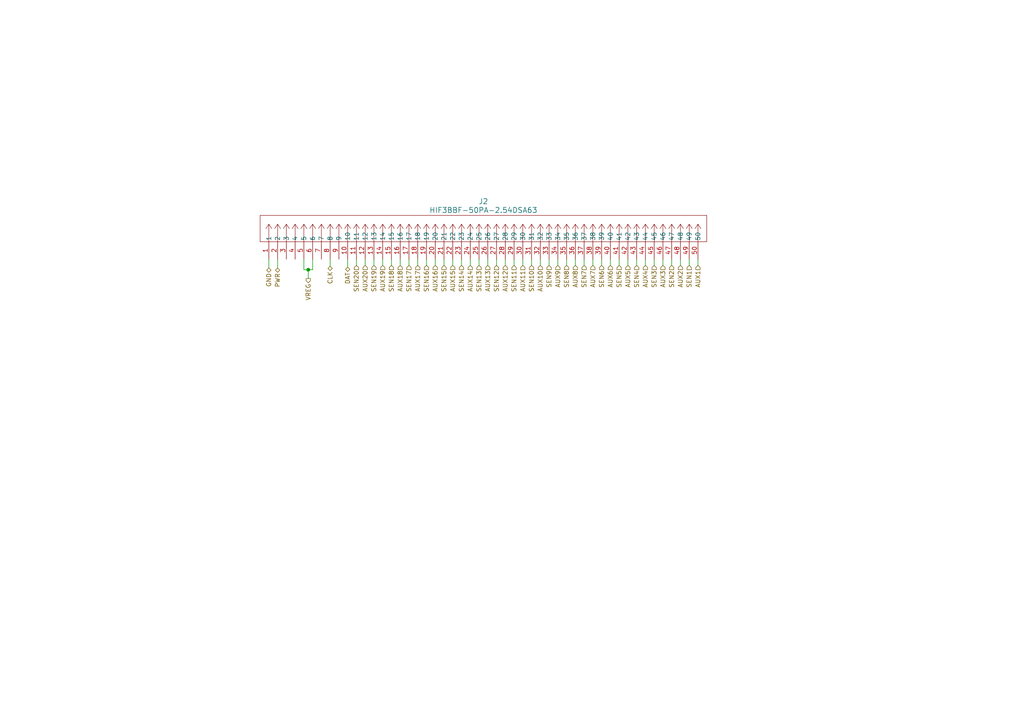
<source format=kicad_sch>
(kicad_sch (version 20230121) (generator eeschema)

  (uuid e02f45a0-9c42-4570-b141-779a5549d112)

  (paper "A4")

  (lib_symbols
    (symbol "50way_connector:HIF3BBF-50PA-2.54DSA63" (pin_names (offset 0.254)) (in_bom yes) (on_board yes)
      (property "Reference" "J" (at 8.89 6.35 0)
        (effects (font (size 1.524 1.524)))
      )
      (property "Value" "HIF3BBF-50PA-2.54DSA63" (at 0 0 0)
        (effects (font (size 1.524 1.524)))
      )
      (property "Footprint" "CONN50_HIF3BB-50PA_HIR" (at 0 0 0)
        (effects (font (size 1.27 1.27) italic) hide)
      )
      (property "Datasheet" "HIF3BBF-50PA-2.54DSA63" (at 0 0 0)
        (effects (font (size 1.27 1.27) italic) hide)
      )
      (property "ki_locked" "" (at 0 0 0)
        (effects (font (size 1.27 1.27)))
      )
      (property "ki_keywords" "HIF3BBF-50PA-2.54DSA(63)" (at 0 0 0)
        (effects (font (size 1.27 1.27)) hide)
      )
      (property "ki_fp_filters" "CONN50_HIF3BB-50PA_HIR" (at 0 0 0)
        (effects (font (size 1.27 1.27)) hide)
      )
      (symbol "HIF3BBF-50PA-2.54DSA63_1_1"
        (polyline
          (pts
            (xy 5.08 -127)
            (xy 12.7 -127)
          )
          (stroke (width 0.127) (type default))
          (fill (type none))
        )
        (polyline
          (pts
            (xy 5.08 2.54)
            (xy 5.08 -127)
          )
          (stroke (width 0.127) (type default))
          (fill (type none))
        )
        (polyline
          (pts
            (xy 10.16 -124.46)
            (xy 5.08 -124.46)
          )
          (stroke (width 0.127) (type default))
          (fill (type none))
        )
        (polyline
          (pts
            (xy 10.16 -124.46)
            (xy 8.89 -125.3067)
          )
          (stroke (width 0.127) (type default))
          (fill (type none))
        )
        (polyline
          (pts
            (xy 10.16 -124.46)
            (xy 8.89 -123.6133)
          )
          (stroke (width 0.127) (type default))
          (fill (type none))
        )
        (polyline
          (pts
            (xy 10.16 -121.92)
            (xy 5.08 -121.92)
          )
          (stroke (width 0.127) (type default))
          (fill (type none))
        )
        (polyline
          (pts
            (xy 10.16 -121.92)
            (xy 8.89 -122.7667)
          )
          (stroke (width 0.127) (type default))
          (fill (type none))
        )
        (polyline
          (pts
            (xy 10.16 -121.92)
            (xy 8.89 -121.0733)
          )
          (stroke (width 0.127) (type default))
          (fill (type none))
        )
        (polyline
          (pts
            (xy 10.16 -119.38)
            (xy 5.08 -119.38)
          )
          (stroke (width 0.127) (type default))
          (fill (type none))
        )
        (polyline
          (pts
            (xy 10.16 -119.38)
            (xy 8.89 -120.2267)
          )
          (stroke (width 0.127) (type default))
          (fill (type none))
        )
        (polyline
          (pts
            (xy 10.16 -119.38)
            (xy 8.89 -118.5333)
          )
          (stroke (width 0.127) (type default))
          (fill (type none))
        )
        (polyline
          (pts
            (xy 10.16 -116.84)
            (xy 5.08 -116.84)
          )
          (stroke (width 0.127) (type default))
          (fill (type none))
        )
        (polyline
          (pts
            (xy 10.16 -116.84)
            (xy 8.89 -117.6867)
          )
          (stroke (width 0.127) (type default))
          (fill (type none))
        )
        (polyline
          (pts
            (xy 10.16 -116.84)
            (xy 8.89 -115.9933)
          )
          (stroke (width 0.127) (type default))
          (fill (type none))
        )
        (polyline
          (pts
            (xy 10.16 -114.3)
            (xy 5.08 -114.3)
          )
          (stroke (width 0.127) (type default))
          (fill (type none))
        )
        (polyline
          (pts
            (xy 10.16 -114.3)
            (xy 8.89 -115.1467)
          )
          (stroke (width 0.127) (type default))
          (fill (type none))
        )
        (polyline
          (pts
            (xy 10.16 -114.3)
            (xy 8.89 -113.4533)
          )
          (stroke (width 0.127) (type default))
          (fill (type none))
        )
        (polyline
          (pts
            (xy 10.16 -111.76)
            (xy 5.08 -111.76)
          )
          (stroke (width 0.127) (type default))
          (fill (type none))
        )
        (polyline
          (pts
            (xy 10.16 -111.76)
            (xy 8.89 -112.6067)
          )
          (stroke (width 0.127) (type default))
          (fill (type none))
        )
        (polyline
          (pts
            (xy 10.16 -111.76)
            (xy 8.89 -110.9133)
          )
          (stroke (width 0.127) (type default))
          (fill (type none))
        )
        (polyline
          (pts
            (xy 10.16 -109.22)
            (xy 5.08 -109.22)
          )
          (stroke (width 0.127) (type default))
          (fill (type none))
        )
        (polyline
          (pts
            (xy 10.16 -109.22)
            (xy 8.89 -110.0667)
          )
          (stroke (width 0.127) (type default))
          (fill (type none))
        )
        (polyline
          (pts
            (xy 10.16 -109.22)
            (xy 8.89 -108.3733)
          )
          (stroke (width 0.127) (type default))
          (fill (type none))
        )
        (polyline
          (pts
            (xy 10.16 -106.68)
            (xy 5.08 -106.68)
          )
          (stroke (width 0.127) (type default))
          (fill (type none))
        )
        (polyline
          (pts
            (xy 10.16 -106.68)
            (xy 8.89 -107.5267)
          )
          (stroke (width 0.127) (type default))
          (fill (type none))
        )
        (polyline
          (pts
            (xy 10.16 -106.68)
            (xy 8.89 -105.8333)
          )
          (stroke (width 0.127) (type default))
          (fill (type none))
        )
        (polyline
          (pts
            (xy 10.16 -104.14)
            (xy 5.08 -104.14)
          )
          (stroke (width 0.127) (type default))
          (fill (type none))
        )
        (polyline
          (pts
            (xy 10.16 -104.14)
            (xy 8.89 -104.9867)
          )
          (stroke (width 0.127) (type default))
          (fill (type none))
        )
        (polyline
          (pts
            (xy 10.16 -104.14)
            (xy 8.89 -103.2933)
          )
          (stroke (width 0.127) (type default))
          (fill (type none))
        )
        (polyline
          (pts
            (xy 10.16 -101.6)
            (xy 5.08 -101.6)
          )
          (stroke (width 0.127) (type default))
          (fill (type none))
        )
        (polyline
          (pts
            (xy 10.16 -101.6)
            (xy 8.89 -102.4467)
          )
          (stroke (width 0.127) (type default))
          (fill (type none))
        )
        (polyline
          (pts
            (xy 10.16 -101.6)
            (xy 8.89 -100.7533)
          )
          (stroke (width 0.127) (type default))
          (fill (type none))
        )
        (polyline
          (pts
            (xy 10.16 -99.06)
            (xy 5.08 -99.06)
          )
          (stroke (width 0.127) (type default))
          (fill (type none))
        )
        (polyline
          (pts
            (xy 10.16 -99.06)
            (xy 8.89 -99.9067)
          )
          (stroke (width 0.127) (type default))
          (fill (type none))
        )
        (polyline
          (pts
            (xy 10.16 -99.06)
            (xy 8.89 -98.2133)
          )
          (stroke (width 0.127) (type default))
          (fill (type none))
        )
        (polyline
          (pts
            (xy 10.16 -96.52)
            (xy 5.08 -96.52)
          )
          (stroke (width 0.127) (type default))
          (fill (type none))
        )
        (polyline
          (pts
            (xy 10.16 -96.52)
            (xy 8.89 -97.3667)
          )
          (stroke (width 0.127) (type default))
          (fill (type none))
        )
        (polyline
          (pts
            (xy 10.16 -96.52)
            (xy 8.89 -95.6733)
          )
          (stroke (width 0.127) (type default))
          (fill (type none))
        )
        (polyline
          (pts
            (xy 10.16 -93.98)
            (xy 5.08 -93.98)
          )
          (stroke (width 0.127) (type default))
          (fill (type none))
        )
        (polyline
          (pts
            (xy 10.16 -93.98)
            (xy 8.89 -94.8267)
          )
          (stroke (width 0.127) (type default))
          (fill (type none))
        )
        (polyline
          (pts
            (xy 10.16 -93.98)
            (xy 8.89 -93.1333)
          )
          (stroke (width 0.127) (type default))
          (fill (type none))
        )
        (polyline
          (pts
            (xy 10.16 -91.44)
            (xy 5.08 -91.44)
          )
          (stroke (width 0.127) (type default))
          (fill (type none))
        )
        (polyline
          (pts
            (xy 10.16 -91.44)
            (xy 8.89 -92.2867)
          )
          (stroke (width 0.127) (type default))
          (fill (type none))
        )
        (polyline
          (pts
            (xy 10.16 -91.44)
            (xy 8.89 -90.5933)
          )
          (stroke (width 0.127) (type default))
          (fill (type none))
        )
        (polyline
          (pts
            (xy 10.16 -88.9)
            (xy 5.08 -88.9)
          )
          (stroke (width 0.127) (type default))
          (fill (type none))
        )
        (polyline
          (pts
            (xy 10.16 -88.9)
            (xy 8.89 -89.7467)
          )
          (stroke (width 0.127) (type default))
          (fill (type none))
        )
        (polyline
          (pts
            (xy 10.16 -88.9)
            (xy 8.89 -88.0533)
          )
          (stroke (width 0.127) (type default))
          (fill (type none))
        )
        (polyline
          (pts
            (xy 10.16 -86.36)
            (xy 5.08 -86.36)
          )
          (stroke (width 0.127) (type default))
          (fill (type none))
        )
        (polyline
          (pts
            (xy 10.16 -86.36)
            (xy 8.89 -87.2067)
          )
          (stroke (width 0.127) (type default))
          (fill (type none))
        )
        (polyline
          (pts
            (xy 10.16 -86.36)
            (xy 8.89 -85.5133)
          )
          (stroke (width 0.127) (type default))
          (fill (type none))
        )
        (polyline
          (pts
            (xy 10.16 -83.82)
            (xy 5.08 -83.82)
          )
          (stroke (width 0.127) (type default))
          (fill (type none))
        )
        (polyline
          (pts
            (xy 10.16 -83.82)
            (xy 8.89 -84.6667)
          )
          (stroke (width 0.127) (type default))
          (fill (type none))
        )
        (polyline
          (pts
            (xy 10.16 -83.82)
            (xy 8.89 -82.9733)
          )
          (stroke (width 0.127) (type default))
          (fill (type none))
        )
        (polyline
          (pts
            (xy 10.16 -81.28)
            (xy 5.08 -81.28)
          )
          (stroke (width 0.127) (type default))
          (fill (type none))
        )
        (polyline
          (pts
            (xy 10.16 -81.28)
            (xy 8.89 -82.1267)
          )
          (stroke (width 0.127) (type default))
          (fill (type none))
        )
        (polyline
          (pts
            (xy 10.16 -81.28)
            (xy 8.89 -80.4333)
          )
          (stroke (width 0.127) (type default))
          (fill (type none))
        )
        (polyline
          (pts
            (xy 10.16 -78.74)
            (xy 5.08 -78.74)
          )
          (stroke (width 0.127) (type default))
          (fill (type none))
        )
        (polyline
          (pts
            (xy 10.16 -78.74)
            (xy 8.89 -79.5867)
          )
          (stroke (width 0.127) (type default))
          (fill (type none))
        )
        (polyline
          (pts
            (xy 10.16 -78.74)
            (xy 8.89 -77.8933)
          )
          (stroke (width 0.127) (type default))
          (fill (type none))
        )
        (polyline
          (pts
            (xy 10.16 -76.2)
            (xy 5.08 -76.2)
          )
          (stroke (width 0.127) (type default))
          (fill (type none))
        )
        (polyline
          (pts
            (xy 10.16 -76.2)
            (xy 8.89 -77.0467)
          )
          (stroke (width 0.127) (type default))
          (fill (type none))
        )
        (polyline
          (pts
            (xy 10.16 -76.2)
            (xy 8.89 -75.3533)
          )
          (stroke (width 0.127) (type default))
          (fill (type none))
        )
        (polyline
          (pts
            (xy 10.16 -73.66)
            (xy 5.08 -73.66)
          )
          (stroke (width 0.127) (type default))
          (fill (type none))
        )
        (polyline
          (pts
            (xy 10.16 -73.66)
            (xy 8.89 -74.5067)
          )
          (stroke (width 0.127) (type default))
          (fill (type none))
        )
        (polyline
          (pts
            (xy 10.16 -73.66)
            (xy 8.89 -72.8133)
          )
          (stroke (width 0.127) (type default))
          (fill (type none))
        )
        (polyline
          (pts
            (xy 10.16 -71.12)
            (xy 5.08 -71.12)
          )
          (stroke (width 0.127) (type default))
          (fill (type none))
        )
        (polyline
          (pts
            (xy 10.16 -71.12)
            (xy 8.89 -71.9667)
          )
          (stroke (width 0.127) (type default))
          (fill (type none))
        )
        (polyline
          (pts
            (xy 10.16 -71.12)
            (xy 8.89 -70.2733)
          )
          (stroke (width 0.127) (type default))
          (fill (type none))
        )
        (polyline
          (pts
            (xy 10.16 -68.58)
            (xy 5.08 -68.58)
          )
          (stroke (width 0.127) (type default))
          (fill (type none))
        )
        (polyline
          (pts
            (xy 10.16 -68.58)
            (xy 8.89 -69.4267)
          )
          (stroke (width 0.127) (type default))
          (fill (type none))
        )
        (polyline
          (pts
            (xy 10.16 -68.58)
            (xy 8.89 -67.7333)
          )
          (stroke (width 0.127) (type default))
          (fill (type none))
        )
        (polyline
          (pts
            (xy 10.16 -66.04)
            (xy 5.08 -66.04)
          )
          (stroke (width 0.127) (type default))
          (fill (type none))
        )
        (polyline
          (pts
            (xy 10.16 -66.04)
            (xy 8.89 -66.8867)
          )
          (stroke (width 0.127) (type default))
          (fill (type none))
        )
        (polyline
          (pts
            (xy 10.16 -66.04)
            (xy 8.89 -65.1933)
          )
          (stroke (width 0.127) (type default))
          (fill (type none))
        )
        (polyline
          (pts
            (xy 10.16 -63.5)
            (xy 5.08 -63.5)
          )
          (stroke (width 0.127) (type default))
          (fill (type none))
        )
        (polyline
          (pts
            (xy 10.16 -63.5)
            (xy 8.89 -64.3467)
          )
          (stroke (width 0.127) (type default))
          (fill (type none))
        )
        (polyline
          (pts
            (xy 10.16 -63.5)
            (xy 8.89 -62.6533)
          )
          (stroke (width 0.127) (type default))
          (fill (type none))
        )
        (polyline
          (pts
            (xy 10.16 -60.96)
            (xy 5.08 -60.96)
          )
          (stroke (width 0.127) (type default))
          (fill (type none))
        )
        (polyline
          (pts
            (xy 10.16 -60.96)
            (xy 8.89 -61.8067)
          )
          (stroke (width 0.127) (type default))
          (fill (type none))
        )
        (polyline
          (pts
            (xy 10.16 -60.96)
            (xy 8.89 -60.1133)
          )
          (stroke (width 0.127) (type default))
          (fill (type none))
        )
        (polyline
          (pts
            (xy 10.16 -58.42)
            (xy 5.08 -58.42)
          )
          (stroke (width 0.127) (type default))
          (fill (type none))
        )
        (polyline
          (pts
            (xy 10.16 -58.42)
            (xy 8.89 -59.2667)
          )
          (stroke (width 0.127) (type default))
          (fill (type none))
        )
        (polyline
          (pts
            (xy 10.16 -58.42)
            (xy 8.89 -57.5733)
          )
          (stroke (width 0.127) (type default))
          (fill (type none))
        )
        (polyline
          (pts
            (xy 10.16 -55.88)
            (xy 5.08 -55.88)
          )
          (stroke (width 0.127) (type default))
          (fill (type none))
        )
        (polyline
          (pts
            (xy 10.16 -55.88)
            (xy 8.89 -56.7267)
          )
          (stroke (width 0.127) (type default))
          (fill (type none))
        )
        (polyline
          (pts
            (xy 10.16 -55.88)
            (xy 8.89 -55.0333)
          )
          (stroke (width 0.127) (type default))
          (fill (type none))
        )
        (polyline
          (pts
            (xy 10.16 -53.34)
            (xy 5.08 -53.34)
          )
          (stroke (width 0.127) (type default))
          (fill (type none))
        )
        (polyline
          (pts
            (xy 10.16 -53.34)
            (xy 8.89 -54.1867)
          )
          (stroke (width 0.127) (type default))
          (fill (type none))
        )
        (polyline
          (pts
            (xy 10.16 -53.34)
            (xy 8.89 -52.4933)
          )
          (stroke (width 0.127) (type default))
          (fill (type none))
        )
        (polyline
          (pts
            (xy 10.16 -50.8)
            (xy 5.08 -50.8)
          )
          (stroke (width 0.127) (type default))
          (fill (type none))
        )
        (polyline
          (pts
            (xy 10.16 -50.8)
            (xy 8.89 -51.6467)
          )
          (stroke (width 0.127) (type default))
          (fill (type none))
        )
        (polyline
          (pts
            (xy 10.16 -50.8)
            (xy 8.89 -49.9533)
          )
          (stroke (width 0.127) (type default))
          (fill (type none))
        )
        (polyline
          (pts
            (xy 10.16 -48.26)
            (xy 5.08 -48.26)
          )
          (stroke (width 0.127) (type default))
          (fill (type none))
        )
        (polyline
          (pts
            (xy 10.16 -48.26)
            (xy 8.89 -49.1067)
          )
          (stroke (width 0.127) (type default))
          (fill (type none))
        )
        (polyline
          (pts
            (xy 10.16 -48.26)
            (xy 8.89 -47.4133)
          )
          (stroke (width 0.127) (type default))
          (fill (type none))
        )
        (polyline
          (pts
            (xy 10.16 -45.72)
            (xy 5.08 -45.72)
          )
          (stroke (width 0.127) (type default))
          (fill (type none))
        )
        (polyline
          (pts
            (xy 10.16 -45.72)
            (xy 8.89 -46.5667)
          )
          (stroke (width 0.127) (type default))
          (fill (type none))
        )
        (polyline
          (pts
            (xy 10.16 -45.72)
            (xy 8.89 -44.8733)
          )
          (stroke (width 0.127) (type default))
          (fill (type none))
        )
        (polyline
          (pts
            (xy 10.16 -43.18)
            (xy 5.08 -43.18)
          )
          (stroke (width 0.127) (type default))
          (fill (type none))
        )
        (polyline
          (pts
            (xy 10.16 -43.18)
            (xy 8.89 -44.0267)
          )
          (stroke (width 0.127) (type default))
          (fill (type none))
        )
        (polyline
          (pts
            (xy 10.16 -43.18)
            (xy 8.89 -42.3333)
          )
          (stroke (width 0.127) (type default))
          (fill (type none))
        )
        (polyline
          (pts
            (xy 10.16 -40.64)
            (xy 5.08 -40.64)
          )
          (stroke (width 0.127) (type default))
          (fill (type none))
        )
        (polyline
          (pts
            (xy 10.16 -40.64)
            (xy 8.89 -41.4867)
          )
          (stroke (width 0.127) (type default))
          (fill (type none))
        )
        (polyline
          (pts
            (xy 10.16 -40.64)
            (xy 8.89 -39.7933)
          )
          (stroke (width 0.127) (type default))
          (fill (type none))
        )
        (polyline
          (pts
            (xy 10.16 -38.1)
            (xy 5.08 -38.1)
          )
          (stroke (width 0.127) (type default))
          (fill (type none))
        )
        (polyline
          (pts
            (xy 10.16 -38.1)
            (xy 8.89 -38.9467)
          )
          (stroke (width 0.127) (type default))
          (fill (type none))
        )
        (polyline
          (pts
            (xy 10.16 -38.1)
            (xy 8.89 -37.2533)
          )
          (stroke (width 0.127) (type default))
          (fill (type none))
        )
        (polyline
          (pts
            (xy 10.16 -35.56)
            (xy 5.08 -35.56)
          )
          (stroke (width 0.127) (type default))
          (fill (type none))
        )
        (polyline
          (pts
            (xy 10.16 -35.56)
            (xy 8.89 -36.4067)
          )
          (stroke (width 0.127) (type default))
          (fill (type none))
        )
        (polyline
          (pts
            (xy 10.16 -35.56)
            (xy 8.89 -34.7133)
          )
          (stroke (width 0.127) (type default))
          (fill (type none))
        )
        (polyline
          (pts
            (xy 10.16 -33.02)
            (xy 5.08 -33.02)
          )
          (stroke (width 0.127) (type default))
          (fill (type none))
        )
        (polyline
          (pts
            (xy 10.16 -33.02)
            (xy 8.89 -33.8667)
          )
          (stroke (width 0.127) (type default))
          (fill (type none))
        )
        (polyline
          (pts
            (xy 10.16 -33.02)
            (xy 8.89 -32.1733)
          )
          (stroke (width 0.127) (type default))
          (fill (type none))
        )
        (polyline
          (pts
            (xy 10.16 -30.48)
            (xy 5.08 -30.48)
          )
          (stroke (width 0.127) (type default))
          (fill (type none))
        )
        (polyline
          (pts
            (xy 10.16 -30.48)
            (xy 8.89 -31.3267)
          )
          (stroke (width 0.127) (type default))
          (fill (type none))
        )
        (polyline
          (pts
            (xy 10.16 -30.48)
            (xy 8.89 -29.6333)
          )
          (stroke (width 0.127) (type default))
          (fill (type none))
        )
        (polyline
          (pts
            (xy 10.16 -27.94)
            (xy 5.08 -27.94)
          )
          (stroke (width 0.127) (type default))
          (fill (type none))
        )
        (polyline
          (pts
            (xy 10.16 -27.94)
            (xy 8.89 -28.7867)
          )
          (stroke (width 0.127) (type default))
          (fill (type none))
        )
        (polyline
          (pts
            (xy 10.16 -27.94)
            (xy 8.89 -27.0933)
          )
          (stroke (width 0.127) (type default))
          (fill (type none))
        )
        (polyline
          (pts
            (xy 10.16 -25.4)
            (xy 5.08 -25.4)
          )
          (stroke (width 0.127) (type default))
          (fill (type none))
        )
        (polyline
          (pts
            (xy 10.16 -25.4)
            (xy 8.89 -26.2467)
          )
          (stroke (width 0.127) (type default))
          (fill (type none))
        )
        (polyline
          (pts
            (xy 10.16 -25.4)
            (xy 8.89 -24.5533)
          )
          (stroke (width 0.127) (type default))
          (fill (type none))
        )
        (polyline
          (pts
            (xy 10.16 -22.86)
            (xy 5.08 -22.86)
          )
          (stroke (width 0.127) (type default))
          (fill (type none))
        )
        (polyline
          (pts
            (xy 10.16 -22.86)
            (xy 8.89 -23.7067)
          )
          (stroke (width 0.127) (type default))
          (fill (type none))
        )
        (polyline
          (pts
            (xy 10.16 -22.86)
            (xy 8.89 -22.0133)
          )
          (stroke (width 0.127) (type default))
          (fill (type none))
        )
        (polyline
          (pts
            (xy 10.16 -20.32)
            (xy 5.08 -20.32)
          )
          (stroke (width 0.127) (type default))
          (fill (type none))
        )
        (polyline
          (pts
            (xy 10.16 -20.32)
            (xy 8.89 -21.1667)
          )
          (stroke (width 0.127) (type default))
          (fill (type none))
        )
        (polyline
          (pts
            (xy 10.16 -20.32)
            (xy 8.89 -19.4733)
          )
          (stroke (width 0.127) (type default))
          (fill (type none))
        )
        (polyline
          (pts
            (xy 10.16 -17.78)
            (xy 5.08 -17.78)
          )
          (stroke (width 0.127) (type default))
          (fill (type none))
        )
        (polyline
          (pts
            (xy 10.16 -17.78)
            (xy 8.89 -18.6267)
          )
          (stroke (width 0.127) (type default))
          (fill (type none))
        )
        (polyline
          (pts
            (xy 10.16 -17.78)
            (xy 8.89 -16.9333)
          )
          (stroke (width 0.127) (type default))
          (fill (type none))
        )
        (polyline
          (pts
            (xy 10.16 -15.24)
            (xy 5.08 -15.24)
          )
          (stroke (width 0.127) (type default))
          (fill (type none))
        )
        (polyline
          (pts
            (xy 10.16 -15.24)
            (xy 8.89 -16.0867)
          )
          (stroke (width 0.127) (type default))
          (fill (type none))
        )
        (polyline
          (pts
            (xy 10.16 -15.24)
            (xy 8.89 -14.3933)
          )
          (stroke (width 0.127) (type default))
          (fill (type none))
        )
        (polyline
          (pts
            (xy 10.16 -12.7)
            (xy 5.08 -12.7)
          )
          (stroke (width 0.127) (type default))
          (fill (type none))
        )
        (polyline
          (pts
            (xy 10.16 -12.7)
            (xy 8.89 -13.5467)
          )
          (stroke (width 0.127) (type default))
          (fill (type none))
        )
        (polyline
          (pts
            (xy 10.16 -12.7)
            (xy 8.89 -11.8533)
          )
          (stroke (width 0.127) (type default))
          (fill (type none))
        )
        (polyline
          (pts
            (xy 10.16 -10.16)
            (xy 5.08 -10.16)
          )
          (stroke (width 0.127) (type default))
          (fill (type none))
        )
        (polyline
          (pts
            (xy 10.16 -10.16)
            (xy 8.89 -11.0067)
          )
          (stroke (width 0.127) (type default))
          (fill (type none))
        )
        (polyline
          (pts
            (xy 10.16 -10.16)
            (xy 8.89 -9.3133)
          )
          (stroke (width 0.127) (type default))
          (fill (type none))
        )
        (polyline
          (pts
            (xy 10.16 -7.62)
            (xy 5.08 -7.62)
          )
          (stroke (width 0.127) (type default))
          (fill (type none))
        )
        (polyline
          (pts
            (xy 10.16 -7.62)
            (xy 8.89 -8.4667)
          )
          (stroke (width 0.127) (type default))
          (fill (type none))
        )
        (polyline
          (pts
            (xy 10.16 -7.62)
            (xy 8.89 -6.7733)
          )
          (stroke (width 0.127) (type default))
          (fill (type none))
        )
        (polyline
          (pts
            (xy 10.16 -5.08)
            (xy 5.08 -5.08)
          )
          (stroke (width 0.127) (type default))
          (fill (type none))
        )
        (polyline
          (pts
            (xy 10.16 -5.08)
            (xy 8.89 -5.9267)
          )
          (stroke (width 0.127) (type default))
          (fill (type none))
        )
        (polyline
          (pts
            (xy 10.16 -5.08)
            (xy 8.89 -4.2333)
          )
          (stroke (width 0.127) (type default))
          (fill (type none))
        )
        (polyline
          (pts
            (xy 10.16 -2.54)
            (xy 5.08 -2.54)
          )
          (stroke (width 0.127) (type default))
          (fill (type none))
        )
        (polyline
          (pts
            (xy 10.16 -2.54)
            (xy 8.89 -3.3867)
          )
          (stroke (width 0.127) (type default))
          (fill (type none))
        )
        (polyline
          (pts
            (xy 10.16 -2.54)
            (xy 8.89 -1.6933)
          )
          (stroke (width 0.127) (type default))
          (fill (type none))
        )
        (polyline
          (pts
            (xy 10.16 0)
            (xy 5.08 0)
          )
          (stroke (width 0.127) (type default))
          (fill (type none))
        )
        (polyline
          (pts
            (xy 10.16 0)
            (xy 8.89 -0.8467)
          )
          (stroke (width 0.127) (type default))
          (fill (type none))
        )
        (polyline
          (pts
            (xy 10.16 0)
            (xy 8.89 0.8467)
          )
          (stroke (width 0.127) (type default))
          (fill (type none))
        )
        (polyline
          (pts
            (xy 12.7 -127)
            (xy 12.7 2.54)
          )
          (stroke (width 0.127) (type default))
          (fill (type none))
        )
        (polyline
          (pts
            (xy 12.7 2.54)
            (xy 5.08 2.54)
          )
          (stroke (width 0.127) (type default))
          (fill (type none))
        )
        (pin unspecified line (at 0 0 0) (length 5.08)
          (name "1" (effects (font (size 1.27 1.27))))
          (number "1" (effects (font (size 1.27 1.27))))
        )
        (pin unspecified line (at 0 -22.86 0) (length 5.08)
          (name "10" (effects (font (size 1.27 1.27))))
          (number "10" (effects (font (size 1.27 1.27))))
        )
        (pin unspecified line (at 0 -25.4 0) (length 5.08)
          (name "11" (effects (font (size 1.27 1.27))))
          (number "11" (effects (font (size 1.27 1.27))))
        )
        (pin unspecified line (at 0 -27.94 0) (length 5.08)
          (name "12" (effects (font (size 1.27 1.27))))
          (number "12" (effects (font (size 1.27 1.27))))
        )
        (pin unspecified line (at 0 -30.48 0) (length 5.08)
          (name "13" (effects (font (size 1.27 1.27))))
          (number "13" (effects (font (size 1.27 1.27))))
        )
        (pin unspecified line (at 0 -33.02 0) (length 5.08)
          (name "14" (effects (font (size 1.27 1.27))))
          (number "14" (effects (font (size 1.27 1.27))))
        )
        (pin unspecified line (at 0 -35.56 0) (length 5.08)
          (name "15" (effects (font (size 1.27 1.27))))
          (number "15" (effects (font (size 1.27 1.27))))
        )
        (pin unspecified line (at 0 -38.1 0) (length 5.08)
          (name "16" (effects (font (size 1.27 1.27))))
          (number "16" (effects (font (size 1.27 1.27))))
        )
        (pin unspecified line (at 0 -40.64 0) (length 5.08)
          (name "17" (effects (font (size 1.27 1.27))))
          (number "17" (effects (font (size 1.27 1.27))))
        )
        (pin unspecified line (at 0 -43.18 0) (length 5.08)
          (name "18" (effects (font (size 1.27 1.27))))
          (number "18" (effects (font (size 1.27 1.27))))
        )
        (pin unspecified line (at 0 -45.72 0) (length 5.08)
          (name "19" (effects (font (size 1.27 1.27))))
          (number "19" (effects (font (size 1.27 1.27))))
        )
        (pin unspecified line (at 0 -2.54 0) (length 5.08)
          (name "2" (effects (font (size 1.27 1.27))))
          (number "2" (effects (font (size 1.27 1.27))))
        )
        (pin unspecified line (at 0 -48.26 0) (length 5.08)
          (name "20" (effects (font (size 1.27 1.27))))
          (number "20" (effects (font (size 1.27 1.27))))
        )
        (pin unspecified line (at 0 -50.8 0) (length 5.08)
          (name "21" (effects (font (size 1.27 1.27))))
          (number "21" (effects (font (size 1.27 1.27))))
        )
        (pin unspecified line (at 0 -53.34 0) (length 5.08)
          (name "22" (effects (font (size 1.27 1.27))))
          (number "22" (effects (font (size 1.27 1.27))))
        )
        (pin unspecified line (at 0 -55.88 0) (length 5.08)
          (name "23" (effects (font (size 1.27 1.27))))
          (number "23" (effects (font (size 1.27 1.27))))
        )
        (pin unspecified line (at 0 -58.42 0) (length 5.08)
          (name "24" (effects (font (size 1.27 1.27))))
          (number "24" (effects (font (size 1.27 1.27))))
        )
        (pin unspecified line (at 0 -60.96 0) (length 5.08)
          (name "25" (effects (font (size 1.27 1.27))))
          (number "25" (effects (font (size 1.27 1.27))))
        )
        (pin unspecified line (at 0 -63.5 0) (length 5.08)
          (name "26" (effects (font (size 1.27 1.27))))
          (number "26" (effects (font (size 1.27 1.27))))
        )
        (pin unspecified line (at 0 -66.04 0) (length 5.08)
          (name "27" (effects (font (size 1.27 1.27))))
          (number "27" (effects (font (size 1.27 1.27))))
        )
        (pin unspecified line (at 0 -68.58 0) (length 5.08)
          (name "28" (effects (font (size 1.27 1.27))))
          (number "28" (effects (font (size 1.27 1.27))))
        )
        (pin unspecified line (at 0 -71.12 0) (length 5.08)
          (name "29" (effects (font (size 1.27 1.27))))
          (number "29" (effects (font (size 1.27 1.27))))
        )
        (pin unspecified line (at 0 -5.08 0) (length 5.08)
          (name "3" (effects (font (size 1.27 1.27))))
          (number "3" (effects (font (size 1.27 1.27))))
        )
        (pin unspecified line (at 0 -73.66 0) (length 5.08)
          (name "30" (effects (font (size 1.27 1.27))))
          (number "30" (effects (font (size 1.27 1.27))))
        )
        (pin unspecified line (at 0 -76.2 0) (length 5.08)
          (name "31" (effects (font (size 1.27 1.27))))
          (number "31" (effects (font (size 1.27 1.27))))
        )
        (pin unspecified line (at 0 -78.74 0) (length 5.08)
          (name "32" (effects (font (size 1.27 1.27))))
          (number "32" (effects (font (size 1.27 1.27))))
        )
        (pin unspecified line (at 0 -81.28 0) (length 5.08)
          (name "33" (effects (font (size 1.27 1.27))))
          (number "33" (effects (font (size 1.27 1.27))))
        )
        (pin unspecified line (at 0 -83.82 0) (length 5.08)
          (name "34" (effects (font (size 1.27 1.27))))
          (number "34" (effects (font (size 1.27 1.27))))
        )
        (pin unspecified line (at 0 -86.36 0) (length 5.08)
          (name "35" (effects (font (size 1.27 1.27))))
          (number "35" (effects (font (size 1.27 1.27))))
        )
        (pin unspecified line (at 0 -88.9 0) (length 5.08)
          (name "36" (effects (font (size 1.27 1.27))))
          (number "36" (effects (font (size 1.27 1.27))))
        )
        (pin unspecified line (at 0 -91.44 0) (length 5.08)
          (name "37" (effects (font (size 1.27 1.27))))
          (number "37" (effects (font (size 1.27 1.27))))
        )
        (pin unspecified line (at 0 -93.98 0) (length 5.08)
          (name "38" (effects (font (size 1.27 1.27))))
          (number "38" (effects (font (size 1.27 1.27))))
        )
        (pin unspecified line (at 0 -96.52 0) (length 5.08)
          (name "39" (effects (font (size 1.27 1.27))))
          (number "39" (effects (font (size 1.27 1.27))))
        )
        (pin unspecified line (at 0 -7.62 0) (length 5.08)
          (name "4" (effects (font (size 1.27 1.27))))
          (number "4" (effects (font (size 1.27 1.27))))
        )
        (pin unspecified line (at 0 -99.06 0) (length 5.08)
          (name "40" (effects (font (size 1.27 1.27))))
          (number "40" (effects (font (size 1.27 1.27))))
        )
        (pin unspecified line (at 0 -101.6 0) (length 5.08)
          (name "41" (effects (font (size 1.27 1.27))))
          (number "41" (effects (font (size 1.27 1.27))))
        )
        (pin unspecified line (at 0 -104.14 0) (length 5.08)
          (name "42" (effects (font (size 1.27 1.27))))
          (number "42" (effects (font (size 1.27 1.27))))
        )
        (pin unspecified line (at 0 -106.68 0) (length 5.08)
          (name "43" (effects (font (size 1.27 1.27))))
          (number "43" (effects (font (size 1.27 1.27))))
        )
        (pin unspecified line (at 0 -109.22 0) (length 5.08)
          (name "44" (effects (font (size 1.27 1.27))))
          (number "44" (effects (font (size 1.27 1.27))))
        )
        (pin unspecified line (at 0 -111.76 0) (length 5.08)
          (name "45" (effects (font (size 1.27 1.27))))
          (number "45" (effects (font (size 1.27 1.27))))
        )
        (pin unspecified line (at 0 -114.3 0) (length 5.08)
          (name "46" (effects (font (size 1.27 1.27))))
          (number "46" (effects (font (size 1.27 1.27))))
        )
        (pin unspecified line (at 0 -116.84 0) (length 5.08)
          (name "47" (effects (font (size 1.27 1.27))))
          (number "47" (effects (font (size 1.27 1.27))))
        )
        (pin unspecified line (at 0 -119.38 0) (length 5.08)
          (name "48" (effects (font (size 1.27 1.27))))
          (number "48" (effects (font (size 1.27 1.27))))
        )
        (pin unspecified line (at 0 -121.92 0) (length 5.08)
          (name "49" (effects (font (size 1.27 1.27))))
          (number "49" (effects (font (size 1.27 1.27))))
        )
        (pin unspecified line (at 0 -10.16 0) (length 5.08)
          (name "5" (effects (font (size 1.27 1.27))))
          (number "5" (effects (font (size 1.27 1.27))))
        )
        (pin unspecified line (at 0 -124.46 0) (length 5.08)
          (name "50" (effects (font (size 1.27 1.27))))
          (number "50" (effects (font (size 1.27 1.27))))
        )
        (pin unspecified line (at 0 -12.7 0) (length 5.08)
          (name "6" (effects (font (size 1.27 1.27))))
          (number "6" (effects (font (size 1.27 1.27))))
        )
        (pin unspecified line (at 0 -15.24 0) (length 5.08)
          (name "7" (effects (font (size 1.27 1.27))))
          (number "7" (effects (font (size 1.27 1.27))))
        )
        (pin unspecified line (at 0 -17.78 0) (length 5.08)
          (name "8" (effects (font (size 1.27 1.27))))
          (number "8" (effects (font (size 1.27 1.27))))
        )
        (pin unspecified line (at 0 -20.32 0) (length 5.08)
          (name "9" (effects (font (size 1.27 1.27))))
          (number "9" (effects (font (size 1.27 1.27))))
        )
      )
      (symbol "HIF3BBF-50PA-2.54DSA63_1_2"
        (polyline
          (pts
            (xy 5.08 -127)
            (xy 12.7 -127)
          )
          (stroke (width 0.127) (type default))
          (fill (type none))
        )
        (polyline
          (pts
            (xy 5.08 2.54)
            (xy 5.08 -127)
          )
          (stroke (width 0.127) (type default))
          (fill (type none))
        )
        (polyline
          (pts
            (xy 7.62 -124.46)
            (xy 5.08 -124.46)
          )
          (stroke (width 0.127) (type default))
          (fill (type none))
        )
        (polyline
          (pts
            (xy 7.62 -124.46)
            (xy 8.89 -125.3067)
          )
          (stroke (width 0.127) (type default))
          (fill (type none))
        )
        (polyline
          (pts
            (xy 7.62 -124.46)
            (xy 8.89 -123.6133)
          )
          (stroke (width 0.127) (type default))
          (fill (type none))
        )
        (polyline
          (pts
            (xy 7.62 -121.92)
            (xy 5.08 -121.92)
          )
          (stroke (width 0.127) (type default))
          (fill (type none))
        )
        (polyline
          (pts
            (xy 7.62 -121.92)
            (xy 8.89 -122.7667)
          )
          (stroke (width 0.127) (type default))
          (fill (type none))
        )
        (polyline
          (pts
            (xy 7.62 -121.92)
            (xy 8.89 -121.0733)
          )
          (stroke (width 0.127) (type default))
          (fill (type none))
        )
        (polyline
          (pts
            (xy 7.62 -119.38)
            (xy 5.08 -119.38)
          )
          (stroke (width 0.127) (type default))
          (fill (type none))
        )
        (polyline
          (pts
            (xy 7.62 -119.38)
            (xy 8.89 -120.2267)
          )
          (stroke (width 0.127) (type default))
          (fill (type none))
        )
        (polyline
          (pts
            (xy 7.62 -119.38)
            (xy 8.89 -118.5333)
          )
          (stroke (width 0.127) (type default))
          (fill (type none))
        )
        (polyline
          (pts
            (xy 7.62 -116.84)
            (xy 5.08 -116.84)
          )
          (stroke (width 0.127) (type default))
          (fill (type none))
        )
        (polyline
          (pts
            (xy 7.62 -116.84)
            (xy 8.89 -117.6867)
          )
          (stroke (width 0.127) (type default))
          (fill (type none))
        )
        (polyline
          (pts
            (xy 7.62 -116.84)
            (xy 8.89 -115.9933)
          )
          (stroke (width 0.127) (type default))
          (fill (type none))
        )
        (polyline
          (pts
            (xy 7.62 -114.3)
            (xy 5.08 -114.3)
          )
          (stroke (width 0.127) (type default))
          (fill (type none))
        )
        (polyline
          (pts
            (xy 7.62 -114.3)
            (xy 8.89 -115.1467)
          )
          (stroke (width 0.127) (type default))
          (fill (type none))
        )
        (polyline
          (pts
            (xy 7.62 -114.3)
            (xy 8.89 -113.4533)
          )
          (stroke (width 0.127) (type default))
          (fill (type none))
        )
        (polyline
          (pts
            (xy 7.62 -111.76)
            (xy 5.08 -111.76)
          )
          (stroke (width 0.127) (type default))
          (fill (type none))
        )
        (polyline
          (pts
            (xy 7.62 -111.76)
            (xy 8.89 -112.6067)
          )
          (stroke (width 0.127) (type default))
          (fill (type none))
        )
        (polyline
          (pts
            (xy 7.62 -111.76)
            (xy 8.89 -110.9133)
          )
          (stroke (width 0.127) (type default))
          (fill (type none))
        )
        (polyline
          (pts
            (xy 7.62 -109.22)
            (xy 5.08 -109.22)
          )
          (stroke (width 0.127) (type default))
          (fill (type none))
        )
        (polyline
          (pts
            (xy 7.62 -109.22)
            (xy 8.89 -110.0667)
          )
          (stroke (width 0.127) (type default))
          (fill (type none))
        )
        (polyline
          (pts
            (xy 7.62 -109.22)
            (xy 8.89 -108.3733)
          )
          (stroke (width 0.127) (type default))
          (fill (type none))
        )
        (polyline
          (pts
            (xy 7.62 -106.68)
            (xy 5.08 -106.68)
          )
          (stroke (width 0.127) (type default))
          (fill (type none))
        )
        (polyline
          (pts
            (xy 7.62 -106.68)
            (xy 8.89 -107.5267)
          )
          (stroke (width 0.127) (type default))
          (fill (type none))
        )
        (polyline
          (pts
            (xy 7.62 -106.68)
            (xy 8.89 -105.8333)
          )
          (stroke (width 0.127) (type default))
          (fill (type none))
        )
        (polyline
          (pts
            (xy 7.62 -104.14)
            (xy 5.08 -104.14)
          )
          (stroke (width 0.127) (type default))
          (fill (type none))
        )
        (polyline
          (pts
            (xy 7.62 -104.14)
            (xy 8.89 -104.9867)
          )
          (stroke (width 0.127) (type default))
          (fill (type none))
        )
        (polyline
          (pts
            (xy 7.62 -104.14)
            (xy 8.89 -103.2933)
          )
          (stroke (width 0.127) (type default))
          (fill (type none))
        )
        (polyline
          (pts
            (xy 7.62 -101.6)
            (xy 5.08 -101.6)
          )
          (stroke (width 0.127) (type default))
          (fill (type none))
        )
        (polyline
          (pts
            (xy 7.62 -101.6)
            (xy 8.89 -102.4467)
          )
          (stroke (width 0.127) (type default))
          (fill (type none))
        )
        (polyline
          (pts
            (xy 7.62 -101.6)
            (xy 8.89 -100.7533)
          )
          (stroke (width 0.127) (type default))
          (fill (type none))
        )
        (polyline
          (pts
            (xy 7.62 -99.06)
            (xy 5.08 -99.06)
          )
          (stroke (width 0.127) (type default))
          (fill (type none))
        )
        (polyline
          (pts
            (xy 7.62 -99.06)
            (xy 8.89 -99.9067)
          )
          (stroke (width 0.127) (type default))
          (fill (type none))
        )
        (polyline
          (pts
            (xy 7.62 -99.06)
            (xy 8.89 -98.2133)
          )
          (stroke (width 0.127) (type default))
          (fill (type none))
        )
        (polyline
          (pts
            (xy 7.62 -96.52)
            (xy 5.08 -96.52)
          )
          (stroke (width 0.127) (type default))
          (fill (type none))
        )
        (polyline
          (pts
            (xy 7.62 -96.52)
            (xy 8.89 -97.3667)
          )
          (stroke (width 0.127) (type default))
          (fill (type none))
        )
        (polyline
          (pts
            (xy 7.62 -96.52)
            (xy 8.89 -95.6733)
          )
          (stroke (width 0.127) (type default))
          (fill (type none))
        )
        (polyline
          (pts
            (xy 7.62 -93.98)
            (xy 5.08 -93.98)
          )
          (stroke (width 0.127) (type default))
          (fill (type none))
        )
        (polyline
          (pts
            (xy 7.62 -93.98)
            (xy 8.89 -94.8267)
          )
          (stroke (width 0.127) (type default))
          (fill (type none))
        )
        (polyline
          (pts
            (xy 7.62 -93.98)
            (xy 8.89 -93.1333)
          )
          (stroke (width 0.127) (type default))
          (fill (type none))
        )
        (polyline
          (pts
            (xy 7.62 -91.44)
            (xy 5.08 -91.44)
          )
          (stroke (width 0.127) (type default))
          (fill (type none))
        )
        (polyline
          (pts
            (xy 7.62 -91.44)
            (xy 8.89 -92.2867)
          )
          (stroke (width 0.127) (type default))
          (fill (type none))
        )
        (polyline
          (pts
            (xy 7.62 -91.44)
            (xy 8.89 -90.5933)
          )
          (stroke (width 0.127) (type default))
          (fill (type none))
        )
        (polyline
          (pts
            (xy 7.62 -88.9)
            (xy 5.08 -88.9)
          )
          (stroke (width 0.127) (type default))
          (fill (type none))
        )
        (polyline
          (pts
            (xy 7.62 -88.9)
            (xy 8.89 -89.7467)
          )
          (stroke (width 0.127) (type default))
          (fill (type none))
        )
        (polyline
          (pts
            (xy 7.62 -88.9)
            (xy 8.89 -88.0533)
          )
          (stroke (width 0.127) (type default))
          (fill (type none))
        )
        (polyline
          (pts
            (xy 7.62 -86.36)
            (xy 5.08 -86.36)
          )
          (stroke (width 0.127) (type default))
          (fill (type none))
        )
        (polyline
          (pts
            (xy 7.62 -86.36)
            (xy 8.89 -87.2067)
          )
          (stroke (width 0.127) (type default))
          (fill (type none))
        )
        (polyline
          (pts
            (xy 7.62 -86.36)
            (xy 8.89 -85.5133)
          )
          (stroke (width 0.127) (type default))
          (fill (type none))
        )
        (polyline
          (pts
            (xy 7.62 -83.82)
            (xy 5.08 -83.82)
          )
          (stroke (width 0.127) (type default))
          (fill (type none))
        )
        (polyline
          (pts
            (xy 7.62 -83.82)
            (xy 8.89 -84.6667)
          )
          (stroke (width 0.127) (type default))
          (fill (type none))
        )
        (polyline
          (pts
            (xy 7.62 -83.82)
            (xy 8.89 -82.9733)
          )
          (stroke (width 0.127) (type default))
          (fill (type none))
        )
        (polyline
          (pts
            (xy 7.62 -81.28)
            (xy 5.08 -81.28)
          )
          (stroke (width 0.127) (type default))
          (fill (type none))
        )
        (polyline
          (pts
            (xy 7.62 -81.28)
            (xy 8.89 -82.1267)
          )
          (stroke (width 0.127) (type default))
          (fill (type none))
        )
        (polyline
          (pts
            (xy 7.62 -81.28)
            (xy 8.89 -80.4333)
          )
          (stroke (width 0.127) (type default))
          (fill (type none))
        )
        (polyline
          (pts
            (xy 7.62 -78.74)
            (xy 5.08 -78.74)
          )
          (stroke (width 0.127) (type default))
          (fill (type none))
        )
        (polyline
          (pts
            (xy 7.62 -78.74)
            (xy 8.89 -79.5867)
          )
          (stroke (width 0.127) (type default))
          (fill (type none))
        )
        (polyline
          (pts
            (xy 7.62 -78.74)
            (xy 8.89 -77.8933)
          )
          (stroke (width 0.127) (type default))
          (fill (type none))
        )
        (polyline
          (pts
            (xy 7.62 -76.2)
            (xy 5.08 -76.2)
          )
          (stroke (width 0.127) (type default))
          (fill (type none))
        )
        (polyline
          (pts
            (xy 7.62 -76.2)
            (xy 8.89 -77.0467)
          )
          (stroke (width 0.127) (type default))
          (fill (type none))
        )
        (polyline
          (pts
            (xy 7.62 -76.2)
            (xy 8.89 -75.3533)
          )
          (stroke (width 0.127) (type default))
          (fill (type none))
        )
        (polyline
          (pts
            (xy 7.62 -73.66)
            (xy 5.08 -73.66)
          )
          (stroke (width 0.127) (type default))
          (fill (type none))
        )
        (polyline
          (pts
            (xy 7.62 -73.66)
            (xy 8.89 -74.5067)
          )
          (stroke (width 0.127) (type default))
          (fill (type none))
        )
        (polyline
          (pts
            (xy 7.62 -73.66)
            (xy 8.89 -72.8133)
          )
          (stroke (width 0.127) (type default))
          (fill (type none))
        )
        (polyline
          (pts
            (xy 7.62 -71.12)
            (xy 5.08 -71.12)
          )
          (stroke (width 0.127) (type default))
          (fill (type none))
        )
        (polyline
          (pts
            (xy 7.62 -71.12)
            (xy 8.89 -71.9667)
          )
          (stroke (width 0.127) (type default))
          (fill (type none))
        )
        (polyline
          (pts
            (xy 7.62 -71.12)
            (xy 8.89 -70.2733)
          )
          (stroke (width 0.127) (type default))
          (fill (type none))
        )
        (polyline
          (pts
            (xy 7.62 -68.58)
            (xy 5.08 -68.58)
          )
          (stroke (width 0.127) (type default))
          (fill (type none))
        )
        (polyline
          (pts
            (xy 7.62 -68.58)
            (xy 8.89 -69.4267)
          )
          (stroke (width 0.127) (type default))
          (fill (type none))
        )
        (polyline
          (pts
            (xy 7.62 -68.58)
            (xy 8.89 -67.7333)
          )
          (stroke (width 0.127) (type default))
          (fill (type none))
        )
        (polyline
          (pts
            (xy 7.62 -66.04)
            (xy 5.08 -66.04)
          )
          (stroke (width 0.127) (type default))
          (fill (type none))
        )
        (polyline
          (pts
            (xy 7.62 -66.04)
            (xy 8.89 -66.8867)
          )
          (stroke (width 0.127) (type default))
          (fill (type none))
        )
        (polyline
          (pts
            (xy 7.62 -66.04)
            (xy 8.89 -65.1933)
          )
          (stroke (width 0.127) (type default))
          (fill (type none))
        )
        (polyline
          (pts
            (xy 7.62 -63.5)
            (xy 5.08 -63.5)
          )
          (stroke (width 0.127) (type default))
          (fill (type none))
        )
        (polyline
          (pts
            (xy 7.62 -63.5)
            (xy 8.89 -64.3467)
          )
          (stroke (width 0.127) (type default))
          (fill (type none))
        )
        (polyline
          (pts
            (xy 7.62 -63.5)
            (xy 8.89 -62.6533)
          )
          (stroke (width 0.127) (type default))
          (fill (type none))
        )
        (polyline
          (pts
            (xy 7.62 -60.96)
            (xy 5.08 -60.96)
          )
          (stroke (width 0.127) (type default))
          (fill (type none))
        )
        (polyline
          (pts
            (xy 7.62 -60.96)
            (xy 8.89 -61.8067)
          )
          (stroke (width 0.127) (type default))
          (fill (type none))
        )
        (polyline
          (pts
            (xy 7.62 -60.96)
            (xy 8.89 -60.1133)
          )
          (stroke (width 0.127) (type default))
          (fill (type none))
        )
        (polyline
          (pts
            (xy 7.62 -58.42)
            (xy 5.08 -58.42)
          )
          (stroke (width 0.127) (type default))
          (fill (type none))
        )
        (polyline
          (pts
            (xy 7.62 -58.42)
            (xy 8.89 -59.2667)
          )
          (stroke (width 0.127) (type default))
          (fill (type none))
        )
        (polyline
          (pts
            (xy 7.62 -58.42)
            (xy 8.89 -57.5733)
          )
          (stroke (width 0.127) (type default))
          (fill (type none))
        )
        (polyline
          (pts
            (xy 7.62 -55.88)
            (xy 5.08 -55.88)
          )
          (stroke (width 0.127) (type default))
          (fill (type none))
        )
        (polyline
          (pts
            (xy 7.62 -55.88)
            (xy 8.89 -56.7267)
          )
          (stroke (width 0.127) (type default))
          (fill (type none))
        )
        (polyline
          (pts
            (xy 7.62 -55.88)
            (xy 8.89 -55.0333)
          )
          (stroke (width 0.127) (type default))
          (fill (type none))
        )
        (polyline
          (pts
            (xy 7.62 -53.34)
            (xy 5.08 -53.34)
          )
          (stroke (width 0.127) (type default))
          (fill (type none))
        )
        (polyline
          (pts
            (xy 7.62 -53.34)
            (xy 8.89 -54.1867)
          )
          (stroke (width 0.127) (type default))
          (fill (type none))
        )
        (polyline
          (pts
            (xy 7.62 -53.34)
            (xy 8.89 -52.4933)
          )
          (stroke (width 0.127) (type default))
          (fill (type none))
        )
        (polyline
          (pts
            (xy 7.62 -50.8)
            (xy 5.08 -50.8)
          )
          (stroke (width 0.127) (type default))
          (fill (type none))
        )
        (polyline
          (pts
            (xy 7.62 -50.8)
            (xy 8.89 -51.6467)
          )
          (stroke (width 0.127) (type default))
          (fill (type none))
        )
        (polyline
          (pts
            (xy 7.62 -50.8)
            (xy 8.89 -49.9533)
          )
          (stroke (width 0.127) (type default))
          (fill (type none))
        )
        (polyline
          (pts
            (xy 7.62 -48.26)
            (xy 5.08 -48.26)
          )
          (stroke (width 0.127) (type default))
          (fill (type none))
        )
        (polyline
          (pts
            (xy 7.62 -48.26)
            (xy 8.89 -49.1067)
          )
          (stroke (width 0.127) (type default))
          (fill (type none))
        )
        (polyline
          (pts
            (xy 7.62 -48.26)
            (xy 8.89 -47.4133)
          )
          (stroke (width 0.127) (type default))
          (fill (type none))
        )
        (polyline
          (pts
            (xy 7.62 -45.72)
            (xy 5.08 -45.72)
          )
          (stroke (width 0.127) (type default))
          (fill (type none))
        )
        (polyline
          (pts
            (xy 7.62 -45.72)
            (xy 8.89 -46.5667)
          )
          (stroke (width 0.127) (type default))
          (fill (type none))
        )
        (polyline
          (pts
            (xy 7.62 -45.72)
            (xy 8.89 -44.8733)
          )
          (stroke (width 0.127) (type default))
          (fill (type none))
        )
        (polyline
          (pts
            (xy 7.62 -43.18)
            (xy 5.08 -43.18)
          )
          (stroke (width 0.127) (type default))
          (fill (type none))
        )
        (polyline
          (pts
            (xy 7.62 -43.18)
            (xy 8.89 -44.0267)
          )
          (stroke (width 0.127) (type default))
          (fill (type none))
        )
        (polyline
          (pts
            (xy 7.62 -43.18)
            (xy 8.89 -42.3333)
          )
          (stroke (width 0.127) (type default))
          (fill (type none))
        )
        (polyline
          (pts
            (xy 7.62 -40.64)
            (xy 5.08 -40.64)
          )
          (stroke (width 0.127) (type default))
          (fill (type none))
        )
        (polyline
          (pts
            (xy 7.62 -40.64)
            (xy 8.89 -41.4867)
          )
          (stroke (width 0.127) (type default))
          (fill (type none))
        )
        (polyline
          (pts
            (xy 7.62 -40.64)
            (xy 8.89 -39.7933)
          )
          (stroke (width 0.127) (type default))
          (fill (type none))
        )
        (polyline
          (pts
            (xy 7.62 -38.1)
            (xy 5.08 -38.1)
          )
          (stroke (width 0.127) (type default))
          (fill (type none))
        )
        (polyline
          (pts
            (xy 7.62 -38.1)
            (xy 8.89 -38.9467)
          )
          (stroke (width 0.127) (type default))
          (fill (type none))
        )
        (polyline
          (pts
            (xy 7.62 -38.1)
            (xy 8.89 -37.2533)
          )
          (stroke (width 0.127) (type default))
          (fill (type none))
        )
        (polyline
          (pts
            (xy 7.62 -35.56)
            (xy 5.08 -35.56)
          )
          (stroke (width 0.127) (type default))
          (fill (type none))
        )
        (polyline
          (pts
            (xy 7.62 -35.56)
            (xy 8.89 -36.4067)
          )
          (stroke (width 0.127) (type default))
          (fill (type none))
        )
        (polyline
          (pts
            (xy 7.62 -35.56)
            (xy 8.89 -34.7133)
          )
          (stroke (width 0.127) (type default))
          (fill (type none))
        )
        (polyline
          (pts
            (xy 7.62 -33.02)
            (xy 5.08 -33.02)
          )
          (stroke (width 0.127) (type default))
          (fill (type none))
        )
        (polyline
          (pts
            (xy 7.62 -33.02)
            (xy 8.89 -33.8667)
          )
          (stroke (width 0.127) (type default))
          (fill (type none))
        )
        (polyline
          (pts
            (xy 7.62 -33.02)
            (xy 8.89 -32.1733)
          )
          (stroke (width 0.127) (type default))
          (fill (type none))
        )
        (polyline
          (pts
            (xy 7.62 -30.48)
            (xy 5.08 -30.48)
          )
          (stroke (width 0.127) (type default))
          (fill (type none))
        )
        (polyline
          (pts
            (xy 7.62 -30.48)
            (xy 8.89 -31.3267)
          )
          (stroke (width 0.127) (type default))
          (fill (type none))
        )
        (polyline
          (pts
            (xy 7.62 -30.48)
            (xy 8.89 -29.6333)
          )
          (stroke (width 0.127) (type default))
          (fill (type none))
        )
        (polyline
          (pts
            (xy 7.62 -27.94)
            (xy 5.08 -27.94)
          )
          (stroke (width 0.127) (type default))
          (fill (type none))
        )
        (polyline
          (pts
            (xy 7.62 -27.94)
            (xy 8.89 -28.7867)
          )
          (stroke (width 0.127) (type default))
          (fill (type none))
        )
        (polyline
          (pts
            (xy 7.62 -27.94)
            (xy 8.89 -27.0933)
          )
          (stroke (width 0.127) (type default))
          (fill (type none))
        )
        (polyline
          (pts
            (xy 7.62 -25.4)
            (xy 5.08 -25.4)
          )
          (stroke (width 0.127) (type default))
          (fill (type none))
        )
        (polyline
          (pts
            (xy 7.62 -25.4)
            (xy 8.89 -26.2467)
          )
          (stroke (width 0.127) (type default))
          (fill (type none))
        )
        (polyline
          (pts
            (xy 7.62 -25.4)
            (xy 8.89 -24.5533)
          )
          (stroke (width 0.127) (type default))
          (fill (type none))
        )
        (polyline
          (pts
            (xy 7.62 -22.86)
            (xy 5.08 -22.86)
          )
          (stroke (width 0.127) (type default))
          (fill (type none))
        )
        (polyline
          (pts
            (xy 7.62 -22.86)
            (xy 8.89 -23.7067)
          )
          (stroke (width 0.127) (type default))
          (fill (type none))
        )
        (polyline
          (pts
            (xy 7.62 -22.86)
            (xy 8.89 -22.0133)
          )
          (stroke (width 0.127) (type default))
          (fill (type none))
        )
        (polyline
          (pts
            (xy 7.62 -20.32)
            (xy 5.08 -20.32)
          )
          (stroke (width 0.127) (type default))
          (fill (type none))
        )
        (polyline
          (pts
            (xy 7.62 -20.32)
            (xy 8.89 -21.1667)
          )
          (stroke (width 0.127) (type default))
          (fill (type none))
        )
        (polyline
          (pts
            (xy 7.62 -20.32)
            (xy 8.89 -19.4733)
          )
          (stroke (width 0.127) (type default))
          (fill (type none))
        )
        (polyline
          (pts
            (xy 7.62 -17.78)
            (xy 5.08 -17.78)
          )
          (stroke (width 0.127) (type default))
          (fill (type none))
        )
        (polyline
          (pts
            (xy 7.62 -17.78)
            (xy 8.89 -18.6267)
          )
          (stroke (width 0.127) (type default))
          (fill (type none))
        )
        (polyline
          (pts
            (xy 7.62 -17.78)
            (xy 8.89 -16.9333)
          )
          (stroke (width 0.127) (type default))
          (fill (type none))
        )
        (polyline
          (pts
            (xy 7.62 -15.24)
            (xy 5.08 -15.24)
          )
          (stroke (width 0.127) (type default))
          (fill (type none))
        )
        (polyline
          (pts
            (xy 7.62 -15.24)
            (xy 8.89 -16.0867)
          )
          (stroke (width 0.127) (type default))
          (fill (type none))
        )
        (polyline
          (pts
            (xy 7.62 -15.24)
            (xy 8.89 -14.3933)
          )
          (stroke (width 0.127) (type default))
          (fill (type none))
        )
        (polyline
          (pts
            (xy 7.62 -12.7)
            (xy 5.08 -12.7)
          )
          (stroke (width 0.127) (type default))
          (fill (type none))
        )
        (polyline
          (pts
            (xy 7.62 -12.7)
            (xy 8.89 -13.5467)
          )
          (stroke (width 0.127) (type default))
          (fill (type none))
        )
        (polyline
          (pts
            (xy 7.62 -12.7)
            (xy 8.89 -11.8533)
          )
          (stroke (width 0.127) (type default))
          (fill (type none))
        )
        (polyline
          (pts
            (xy 7.62 -10.16)
            (xy 5.08 -10.16)
          )
          (stroke (width 0.127) (type default))
          (fill (type none))
        )
        (polyline
          (pts
            (xy 7.62 -10.16)
            (xy 8.89 -11.0067)
          )
          (stroke (width 0.127) (type default))
          (fill (type none))
        )
        (polyline
          (pts
            (xy 7.62 -10.16)
            (xy 8.89 -9.3133)
          )
          (stroke (width 0.127) (type default))
          (fill (type none))
        )
        (polyline
          (pts
            (xy 7.62 -7.62)
            (xy 5.08 -7.62)
          )
          (stroke (width 0.127) (type default))
          (fill (type none))
        )
        (polyline
          (pts
            (xy 7.62 -7.62)
            (xy 8.89 -8.4667)
          )
          (stroke (width 0.127) (type default))
          (fill (type none))
        )
        (polyline
          (pts
            (xy 7.62 -7.62)
            (xy 8.89 -6.7733)
          )
          (stroke (width 0.127) (type default))
          (fill (type none))
        )
        (polyline
          (pts
            (xy 7.62 -5.08)
            (xy 5.08 -5.08)
          )
          (stroke (width 0.127) (type default))
          (fill (type none))
        )
        (polyline
          (pts
            (xy 7.62 -5.08)
            (xy 8.89 -5.9267)
          )
          (stroke (width 0.127) (type default))
          (fill (type none))
        )
        (polyline
          (pts
            (xy 7.62 -5.08)
            (xy 8.89 -4.2333)
          )
          (stroke (width 0.127) (type default))
          (fill (type none))
        )
        (polyline
          (pts
            (xy 7.62 -2.54)
            (xy 5.08 -2.54)
          )
          (stroke (width 0.127) (type default))
          (fill (type none))
        )
        (polyline
          (pts
            (xy 7.62 -2.54)
            (xy 8.89 -3.3867)
          )
          (stroke (width 0.127) (type default))
          (fill (type none))
        )
        (polyline
          (pts
            (xy 7.62 -2.54)
            (xy 8.89 -1.6933)
          )
          (stroke (width 0.127) (type default))
          (fill (type none))
        )
        (polyline
          (pts
            (xy 7.62 0)
            (xy 5.08 0)
          )
          (stroke (width 0.127) (type default))
          (fill (type none))
        )
        (polyline
          (pts
            (xy 7.62 0)
            (xy 8.89 -0.8467)
          )
          (stroke (width 0.127) (type default))
          (fill (type none))
        )
        (polyline
          (pts
            (xy 7.62 0)
            (xy 8.89 0.8467)
          )
          (stroke (width 0.127) (type default))
          (fill (type none))
        )
        (polyline
          (pts
            (xy 12.7 -127)
            (xy 12.7 2.54)
          )
          (stroke (width 0.127) (type default))
          (fill (type none))
        )
        (polyline
          (pts
            (xy 12.7 2.54)
            (xy 5.08 2.54)
          )
          (stroke (width 0.127) (type default))
          (fill (type none))
        )
        (pin unspecified line (at 0 0 0) (length 5.08)
          (name "1" (effects (font (size 1.27 1.27))))
          (number "1" (effects (font (size 1.27 1.27))))
        )
        (pin unspecified line (at 0 -22.86 0) (length 5.08)
          (name "10" (effects (font (size 1.27 1.27))))
          (number "10" (effects (font (size 1.27 1.27))))
        )
        (pin unspecified line (at 0 -25.4 0) (length 5.08)
          (name "11" (effects (font (size 1.27 1.27))))
          (number "11" (effects (font (size 1.27 1.27))))
        )
        (pin unspecified line (at 0 -27.94 0) (length 5.08)
          (name "12" (effects (font (size 1.27 1.27))))
          (number "12" (effects (font (size 1.27 1.27))))
        )
        (pin unspecified line (at 0 -30.48 0) (length 5.08)
          (name "13" (effects (font (size 1.27 1.27))))
          (number "13" (effects (font (size 1.27 1.27))))
        )
        (pin unspecified line (at 0 -33.02 0) (length 5.08)
          (name "14" (effects (font (size 1.27 1.27))))
          (number "14" (effects (font (size 1.27 1.27))))
        )
        (pin unspecified line (at 0 -35.56 0) (length 5.08)
          (name "15" (effects (font (size 1.27 1.27))))
          (number "15" (effects (font (size 1.27 1.27))))
        )
        (pin unspecified line (at 0 -38.1 0) (length 5.08)
          (name "16" (effects (font (size 1.27 1.27))))
          (number "16" (effects (font (size 1.27 1.27))))
        )
        (pin unspecified line (at 0 -40.64 0) (length 5.08)
          (name "17" (effects (font (size 1.27 1.27))))
          (number "17" (effects (font (size 1.27 1.27))))
        )
        (pin unspecified line (at 0 -43.18 0) (length 5.08)
          (name "18" (effects (font (size 1.27 1.27))))
          (number "18" (effects (font (size 1.27 1.27))))
        )
        (pin unspecified line (at 0 -45.72 0) (length 5.08)
          (name "19" (effects (font (size 1.27 1.27))))
          (number "19" (effects (font (size 1.27 1.27))))
        )
        (pin unspecified line (at 0 -2.54 0) (length 5.08)
          (name "2" (effects (font (size 1.27 1.27))))
          (number "2" (effects (font (size 1.27 1.27))))
        )
        (pin unspecified line (at 0 -48.26 0) (length 5.08)
          (name "20" (effects (font (size 1.27 1.27))))
          (number "20" (effects (font (size 1.27 1.27))))
        )
        (pin unspecified line (at 0 -50.8 0) (length 5.08)
          (name "21" (effects (font (size 1.27 1.27))))
          (number "21" (effects (font (size 1.27 1.27))))
        )
        (pin unspecified line (at 0 -53.34 0) (length 5.08)
          (name "22" (effects (font (size 1.27 1.27))))
          (number "22" (effects (font (size 1.27 1.27))))
        )
        (pin unspecified line (at 0 -55.88 0) (length 5.08)
          (name "23" (effects (font (size 1.27 1.27))))
          (number "23" (effects (font (size 1.27 1.27))))
        )
        (pin unspecified line (at 0 -58.42 0) (length 5.08)
          (name "24" (effects (font (size 1.27 1.27))))
          (number "24" (effects (font (size 1.27 1.27))))
        )
        (pin unspecified line (at 0 -60.96 0) (length 5.08)
          (name "25" (effects (font (size 1.27 1.27))))
          (number "25" (effects (font (size 1.27 1.27))))
        )
        (pin unspecified line (at 0 -63.5 0) (length 5.08)
          (name "26" (effects (font (size 1.27 1.27))))
          (number "26" (effects (font (size 1.27 1.27))))
        )
        (pin unspecified line (at 0 -66.04 0) (length 5.08)
          (name "27" (effects (font (size 1.27 1.27))))
          (number "27" (effects (font (size 1.27 1.27))))
        )
        (pin unspecified line (at 0 -68.58 0) (length 5.08)
          (name "28" (effects (font (size 1.27 1.27))))
          (number "28" (effects (font (size 1.27 1.27))))
        )
        (pin unspecified line (at 0 -71.12 0) (length 5.08)
          (name "29" (effects (font (size 1.27 1.27))))
          (number "29" (effects (font (size 1.27 1.27))))
        )
        (pin unspecified line (at 0 -5.08 0) (length 5.08)
          (name "3" (effects (font (size 1.27 1.27))))
          (number "3" (effects (font (size 1.27 1.27))))
        )
        (pin unspecified line (at 0 -73.66 0) (length 5.08)
          (name "30" (effects (font (size 1.27 1.27))))
          (number "30" (effects (font (size 1.27 1.27))))
        )
        (pin unspecified line (at 0 -76.2 0) (length 5.08)
          (name "31" (effects (font (size 1.27 1.27))))
          (number "31" (effects (font (size 1.27 1.27))))
        )
        (pin unspecified line (at 0 -78.74 0) (length 5.08)
          (name "32" (effects (font (size 1.27 1.27))))
          (number "32" (effects (font (size 1.27 1.27))))
        )
        (pin unspecified line (at 0 -81.28 0) (length 5.08)
          (name "33" (effects (font (size 1.27 1.27))))
          (number "33" (effects (font (size 1.27 1.27))))
        )
        (pin unspecified line (at 0 -83.82 0) (length 5.08)
          (name "34" (effects (font (size 1.27 1.27))))
          (number "34" (effects (font (size 1.27 1.27))))
        )
        (pin unspecified line (at 0 -86.36 0) (length 5.08)
          (name "35" (effects (font (size 1.27 1.27))))
          (number "35" (effects (font (size 1.27 1.27))))
        )
        (pin unspecified line (at 0 -88.9 0) (length 5.08)
          (name "36" (effects (font (size 1.27 1.27))))
          (number "36" (effects (font (size 1.27 1.27))))
        )
        (pin unspecified line (at 0 -91.44 0) (length 5.08)
          (name "37" (effects (font (size 1.27 1.27))))
          (number "37" (effects (font (size 1.27 1.27))))
        )
        (pin unspecified line (at 0 -93.98 0) (length 5.08)
          (name "38" (effects (font (size 1.27 1.27))))
          (number "38" (effects (font (size 1.27 1.27))))
        )
        (pin unspecified line (at 0 -96.52 0) (length 5.08)
          (name "39" (effects (font (size 1.27 1.27))))
          (number "39" (effects (font (size 1.27 1.27))))
        )
        (pin unspecified line (at 0 -7.62 0) (length 5.08)
          (name "4" (effects (font (size 1.27 1.27))))
          (number "4" (effects (font (size 1.27 1.27))))
        )
        (pin unspecified line (at 0 -99.06 0) (length 5.08)
          (name "40" (effects (font (size 1.27 1.27))))
          (number "40" (effects (font (size 1.27 1.27))))
        )
        (pin unspecified line (at 0 -101.6 0) (length 5.08)
          (name "41" (effects (font (size 1.27 1.27))))
          (number "41" (effects (font (size 1.27 1.27))))
        )
        (pin unspecified line (at 0 -104.14 0) (length 5.08)
          (name "42" (effects (font (size 1.27 1.27))))
          (number "42" (effects (font (size 1.27 1.27))))
        )
        (pin unspecified line (at 0 -106.68 0) (length 5.08)
          (name "43" (effects (font (size 1.27 1.27))))
          (number "43" (effects (font (size 1.27 1.27))))
        )
        (pin unspecified line (at 0 -109.22 0) (length 5.08)
          (name "44" (effects (font (size 1.27 1.27))))
          (number "44" (effects (font (size 1.27 1.27))))
        )
        (pin unspecified line (at 0 -111.76 0) (length 5.08)
          (name "45" (effects (font (size 1.27 1.27))))
          (number "45" (effects (font (size 1.27 1.27))))
        )
        (pin unspecified line (at 0 -114.3 0) (length 5.08)
          (name "46" (effects (font (size 1.27 1.27))))
          (number "46" (effects (font (size 1.27 1.27))))
        )
        (pin unspecified line (at 0 -116.84 0) (length 5.08)
          (name "47" (effects (font (size 1.27 1.27))))
          (number "47" (effects (font (size 1.27 1.27))))
        )
        (pin unspecified line (at 0 -119.38 0) (length 5.08)
          (name "48" (effects (font (size 1.27 1.27))))
          (number "48" (effects (font (size 1.27 1.27))))
        )
        (pin unspecified line (at 0 -121.92 0) (length 5.08)
          (name "49" (effects (font (size 1.27 1.27))))
          (number "49" (effects (font (size 1.27 1.27))))
        )
        (pin unspecified line (at 0 -10.16 0) (length 5.08)
          (name "5" (effects (font (size 1.27 1.27))))
          (number "5" (effects (font (size 1.27 1.27))))
        )
        (pin unspecified line (at 0 -124.46 0) (length 5.08)
          (name "50" (effects (font (size 1.27 1.27))))
          (number "50" (effects (font (size 1.27 1.27))))
        )
        (pin unspecified line (at 0 -12.7 0) (length 5.08)
          (name "6" (effects (font (size 1.27 1.27))))
          (number "6" (effects (font (size 1.27 1.27))))
        )
        (pin unspecified line (at 0 -15.24 0) (length 5.08)
          (name "7" (effects (font (size 1.27 1.27))))
          (number "7" (effects (font (size 1.27 1.27))))
        )
        (pin unspecified line (at 0 -17.78 0) (length 5.08)
          (name "8" (effects (font (size 1.27 1.27))))
          (number "8" (effects (font (size 1.27 1.27))))
        )
        (pin unspecified line (at 0 -20.32 0) (length 5.08)
          (name "9" (effects (font (size 1.27 1.27))))
          (number "9" (effects (font (size 1.27 1.27))))
        )
      )
    )
  )

  (junction (at 89.408 78.232) (diameter 0) (color 0 0 0 0)
    (uuid 80440857-9db8-4747-8a67-e3fcab474991)
  )

  (wire (pts (xy 169.418 76.962) (xy 169.418 75.184))
    (stroke (width 0) (type default))
    (uuid 1294a1f5-f941-4db1-938e-d329af55194b)
  )
  (wire (pts (xy 182.118 76.962) (xy 182.118 75.184))
    (stroke (width 0) (type default))
    (uuid 1a491285-d50b-4691-9dff-288a431ca69d)
  )
  (wire (pts (xy 136.398 76.962) (xy 136.398 75.184))
    (stroke (width 0) (type default))
    (uuid 1e1df2e1-d93f-49be-a370-7f0775fddf3f)
  )
  (wire (pts (xy 166.878 76.962) (xy 166.878 75.184))
    (stroke (width 0) (type default))
    (uuid 1ed199ee-d5c3-4e23-9e00-c17a6636a3a5)
  )
  (wire (pts (xy 156.718 76.962) (xy 156.718 75.184))
    (stroke (width 0) (type default))
    (uuid 207b2d9c-d343-49fb-bc36-2504076988a7)
  )
  (wire (pts (xy 89.408 78.232) (xy 90.678 78.232))
    (stroke (width 0) (type default))
    (uuid 20f52c1a-cad4-4958-8268-304d7364a329)
  )
  (wire (pts (xy 192.278 76.962) (xy 192.278 75.184))
    (stroke (width 0) (type default))
    (uuid 2284bc07-7ff7-47c6-bb90-826b4cfb6af3)
  )
  (wire (pts (xy 199.898 76.962) (xy 199.898 75.184))
    (stroke (width 0) (type default))
    (uuid 350adbd4-f4f6-4654-970e-db4b7aad5eae)
  )
  (wire (pts (xy 100.838 75.184) (xy 100.838 77.47))
    (stroke (width 0) (type default))
    (uuid 37c12fbf-ada3-4c79-87fc-4c78fbc819c9)
  )
  (wire (pts (xy 89.408 78.232) (xy 89.408 80.772))
    (stroke (width 0) (type default))
    (uuid 3c08b9ff-6adf-405c-8e94-4a6bfdff9a61)
  )
  (wire (pts (xy 177.038 76.962) (xy 177.038 75.184))
    (stroke (width 0) (type default))
    (uuid 3f01a18d-5db8-445b-9d99-2d5ac8dd3e08)
  )
  (wire (pts (xy 90.678 75.184) (xy 90.678 78.232))
    (stroke (width 0) (type default))
    (uuid 3fc3cb6f-5fd7-4ca2-9d7f-6a6f4c0eae0f)
  )
  (wire (pts (xy 161.798 76.962) (xy 161.798 75.184))
    (stroke (width 0) (type default))
    (uuid 453ea1d6-34ed-4e99-92b6-af4e3e859421)
  )
  (wire (pts (xy 159.258 76.962) (xy 159.258 75.184))
    (stroke (width 0) (type default))
    (uuid 4686dcec-172a-4cad-b9f7-93ff6a4716fe)
  )
  (wire (pts (xy 202.438 76.962) (xy 202.438 75.184))
    (stroke (width 0) (type default))
    (uuid 4858b6eb-92a9-4a83-bfe1-cdb77574e081)
  )
  (wire (pts (xy 103.378 76.962) (xy 103.378 75.184))
    (stroke (width 0) (type default))
    (uuid 4b135245-f53a-4439-ac6a-6176240d303d)
  )
  (wire (pts (xy 80.518 75.184) (xy 80.518 77.724))
    (stroke (width 0) (type default))
    (uuid 517cdacd-633c-45c9-8b6a-588d701c41e4)
  )
  (wire (pts (xy 126.238 76.962) (xy 126.238 75.184))
    (stroke (width 0) (type default))
    (uuid 536a4574-b348-4ed6-9c94-1a13ef90c2d4)
  )
  (wire (pts (xy 194.818 76.962) (xy 194.818 75.184))
    (stroke (width 0) (type default))
    (uuid 55cfc62e-ff9c-446a-bb4e-849f4ec687a6)
  )
  (wire (pts (xy 95.758 75.184) (xy 95.758 77.216))
    (stroke (width 0) (type default))
    (uuid 56c1f7c0-30aa-441a-97c0-0c6a192c83cf)
  )
  (wire (pts (xy 105.918 76.962) (xy 105.918 75.184))
    (stroke (width 0) (type default))
    (uuid 5bf7670d-9e9a-4d44-be8e-3c7a0ccc4129)
  )
  (wire (pts (xy 123.698 76.962) (xy 123.698 75.184))
    (stroke (width 0) (type default))
    (uuid 62a0dddc-7062-470a-a7b6-45f3c72d39a7)
  )
  (wire (pts (xy 88.138 75.184) (xy 88.138 78.232))
    (stroke (width 0) (type default))
    (uuid 6949c72e-d52b-4430-aa97-94deee658c9c)
  )
  (wire (pts (xy 197.358 76.962) (xy 197.358 75.184))
    (stroke (width 0) (type default))
    (uuid 72373c8a-60a2-4671-9cb8-6d43358a5668)
  )
  (wire (pts (xy 128.778 76.962) (xy 128.778 75.184))
    (stroke (width 0) (type default))
    (uuid 759353e1-5a9e-4ce2-acf6-a7f0f64b45bc)
  )
  (wire (pts (xy 116.078 76.962) (xy 116.078 75.184))
    (stroke (width 0) (type default))
    (uuid 7a40366b-46ea-4041-bbe7-591f7ef9dcc0)
  )
  (wire (pts (xy 146.558 76.962) (xy 146.558 75.184))
    (stroke (width 0) (type default))
    (uuid 847c2e2f-6b54-4ba5-bd58-aa37bba70106)
  )
  (wire (pts (xy 113.538 76.962) (xy 113.538 75.184))
    (stroke (width 0) (type default))
    (uuid 8d570d98-9ccb-444d-9fc7-d774ed51ed6f)
  )
  (wire (pts (xy 187.198 76.962) (xy 187.198 75.184))
    (stroke (width 0) (type default))
    (uuid 8da547b3-884f-41c8-acff-9b1741bfd847)
  )
  (wire (pts (xy 110.998 76.962) (xy 110.998 75.184))
    (stroke (width 0) (type default))
    (uuid 98da29c7-eb13-4d65-beda-096bd1744263)
  )
  (wire (pts (xy 151.638 76.962) (xy 151.638 75.184))
    (stroke (width 0) (type default))
    (uuid 9aad9b35-902b-40c0-abad-71fa2a7b4e80)
  )
  (wire (pts (xy 179.578 76.962) (xy 179.578 75.184))
    (stroke (width 0) (type default))
    (uuid 9ebd0441-92af-4ea3-a8fc-ed44ccf99db1)
  )
  (wire (pts (xy 184.658 76.962) (xy 184.658 75.184))
    (stroke (width 0) (type default))
    (uuid a1c5e5c5-1caf-4541-80a9-553bb9e24ae8)
  )
  (wire (pts (xy 164.338 76.962) (xy 164.338 75.184))
    (stroke (width 0) (type default))
    (uuid a9303d43-2a23-4c9a-ae0d-6cf5d3e4544d)
  )
  (wire (pts (xy 138.938 76.962) (xy 138.938 75.184))
    (stroke (width 0) (type default))
    (uuid a980600b-bbf0-4c81-bd77-26bb7035d498)
  )
  (wire (pts (xy 141.478 76.962) (xy 141.478 75.184))
    (stroke (width 0) (type default))
    (uuid aacf0587-f818-4844-b8b6-be75440c9a99)
  )
  (wire (pts (xy 131.318 76.962) (xy 131.318 75.184))
    (stroke (width 0) (type default))
    (uuid affa98f1-df0b-4ce6-9ae0-e100adfed761)
  )
  (wire (pts (xy 154.178 76.962) (xy 154.178 75.184))
    (stroke (width 0) (type default))
    (uuid b4a8731b-0d14-4c54-8bef-560231968699)
  )
  (wire (pts (xy 174.498 76.962) (xy 174.498 75.184))
    (stroke (width 0) (type default))
    (uuid b9dff212-4588-4372-b45b-7102d7d8d6dd)
  )
  (wire (pts (xy 108.458 76.962) (xy 108.458 75.184))
    (stroke (width 0) (type default))
    (uuid be828611-7584-4956-8b6b-356ccdb3a18c)
  )
  (wire (pts (xy 144.018 76.962) (xy 144.018 75.184))
    (stroke (width 0) (type default))
    (uuid bf2a6a55-6064-43a6-a331-a04f6b4006c8)
  )
  (wire (pts (xy 88.138 78.232) (xy 89.408 78.232))
    (stroke (width 0) (type default))
    (uuid c89758a1-95db-4f26-9544-d58d7032582b)
  )
  (wire (pts (xy 133.858 76.962) (xy 133.858 75.184))
    (stroke (width 0) (type default))
    (uuid debf9229-4b9e-40c1-8a32-3af25966334b)
  )
  (wire (pts (xy 118.618 76.962) (xy 118.618 75.184))
    (stroke (width 0) (type default))
    (uuid e1cb3b78-d8db-4486-a85a-c6755f22e79b)
  )
  (wire (pts (xy 171.958 76.962) (xy 171.958 75.184))
    (stroke (width 0) (type default))
    (uuid eb6f4634-70fc-4483-bc8a-5ce1fc0e060c)
  )
  (wire (pts (xy 149.098 76.962) (xy 149.098 75.184))
    (stroke (width 0) (type default))
    (uuid f874fb69-4a6f-44c4-b225-b2d067b92d37)
  )
  (wire (pts (xy 77.978 75.184) (xy 77.978 77.724))
    (stroke (width 0) (type default))
    (uuid f906d255-1766-46de-9a60-c002d06506c3)
  )
  (wire (pts (xy 121.158 76.962) (xy 121.158 75.184))
    (stroke (width 0) (type default))
    (uuid f9525851-4bdf-4707-b3d8-04146f0f0e05)
  )
  (wire (pts (xy 189.738 76.962) (xy 189.738 75.184))
    (stroke (width 0) (type default))
    (uuid fd97f9ef-c813-4212-97b9-a90939857d7c)
  )

  (hierarchical_label "SEN7" (shape input) (at 169.418 76.962 270) (fields_autoplaced)
    (effects (font (size 1.27 1.27)) (justify right))
    (uuid 01c1f6d6-a839-46d8-a2c3-1813569623df)
  )
  (hierarchical_label "CLK" (shape bidirectional) (at 95.758 77.216 270) (fields_autoplaced)
    (effects (font (size 1.27 1.27)) (justify right))
    (uuid 0337c714-913b-402f-95ce-c10dc6f53b95)
  )
  (hierarchical_label "AUX20" (shape input) (at 105.918 76.962 270) (fields_autoplaced)
    (effects (font (size 1.27 1.27)) (justify right))
    (uuid 078d24fd-663b-44ce-bda7-6f24e663c644)
  )
  (hierarchical_label "SEN2" (shape input) (at 194.818 76.962 270) (fields_autoplaced)
    (effects (font (size 1.27 1.27)) (justify right))
    (uuid 08a6635c-df59-48bd-bab0-45cd54276270)
  )
  (hierarchical_label "AUX13" (shape input) (at 141.478 76.962 270) (fields_autoplaced)
    (effects (font (size 1.27 1.27)) (justify right))
    (uuid 296b241e-0b40-43cc-b41d-82dc00a7f3c0)
  )
  (hierarchical_label "AUX2" (shape input) (at 197.358 76.962 270) (fields_autoplaced)
    (effects (font (size 1.27 1.27)) (justify right))
    (uuid 2bcf7eed-4b35-4fcb-8d9c-8c07646d5318)
  )
  (hierarchical_label "DAT" (shape bidirectional) (at 100.838 77.47 270) (fields_autoplaced)
    (effects (font (size 1.27 1.27)) (justify right))
    (uuid 2c7bfdd6-ea32-42c3-8522-efc5305e5ed3)
  )
  (hierarchical_label "SEN15" (shape input) (at 128.778 76.962 270) (fields_autoplaced)
    (effects (font (size 1.27 1.27)) (justify right))
    (uuid 2f384d56-92ed-40fd-9b73-28e5af14a0e2)
  )
  (hierarchical_label "AUX15" (shape input) (at 131.318 76.962 270) (fields_autoplaced)
    (effects (font (size 1.27 1.27)) (justify right))
    (uuid 31343b14-cf09-4e9e-a407-d27cf111ebff)
  )
  (hierarchical_label "AUX12" (shape input) (at 146.558 76.962 270) (fields_autoplaced)
    (effects (font (size 1.27 1.27)) (justify right))
    (uuid 34c04b51-3272-41ec-95eb-30bfec8e9474)
  )
  (hierarchical_label "PWR" (shape bidirectional) (at 80.518 77.724 270) (fields_autoplaced)
    (effects (font (size 1.27 1.27)) (justify right))
    (uuid 3d664b67-5ec2-4be6-a9d1-86c671863cdc)
  )
  (hierarchical_label "AUX11" (shape input) (at 151.638 76.962 270) (fields_autoplaced)
    (effects (font (size 1.27 1.27)) (justify right))
    (uuid 40800db8-6bd7-44ea-9bc3-3ccec6b72a42)
  )
  (hierarchical_label "AUX14" (shape input) (at 136.398 76.962 270) (fields_autoplaced)
    (effects (font (size 1.27 1.27)) (justify right))
    (uuid 417fe89b-94f8-4f22-8c25-f4f71433b34c)
  )
  (hierarchical_label "AUX10" (shape input) (at 156.718 76.962 270) (fields_autoplaced)
    (effects (font (size 1.27 1.27)) (justify right))
    (uuid 58eb7632-3ae1-49d2-a35a-d1a67a87f2d9)
  )
  (hierarchical_label "SEN13" (shape input) (at 138.938 76.962 270) (fields_autoplaced)
    (effects (font (size 1.27 1.27)) (justify right))
    (uuid 5aaacc86-e441-4a7b-ad76-a8b31bbcbbb1)
  )
  (hierarchical_label "SEN19" (shape input) (at 108.458 76.962 270) (fields_autoplaced)
    (effects (font (size 1.27 1.27)) (justify right))
    (uuid 5fc1a5bc-4d73-4f70-ba1a-7721a2334267)
  )
  (hierarchical_label "AUX3" (shape input) (at 192.278 76.962 270) (fields_autoplaced)
    (effects (font (size 1.27 1.27)) (justify right))
    (uuid 62f191c7-0d74-4496-b724-fd417e150c00)
  )
  (hierarchical_label "AUX16" (shape input) (at 126.238 76.962 270) (fields_autoplaced)
    (effects (font (size 1.27 1.27)) (justify right))
    (uuid 656632fc-e2a2-4ad4-98eb-349793a95f0e)
  )
  (hierarchical_label "AUX6" (shape input) (at 177.038 76.962 270) (fields_autoplaced)
    (effects (font (size 1.27 1.27)) (justify right))
    (uuid 68eb762b-c010-4498-94b4-84f752730b85)
  )
  (hierarchical_label "AUX19" (shape input) (at 110.998 76.962 270) (fields_autoplaced)
    (effects (font (size 1.27 1.27)) (justify right))
    (uuid 73d7e4ed-3a03-4cfb-80c4-2032dfac3f7c)
  )
  (hierarchical_label "SEN16" (shape input) (at 123.698 76.962 270) (fields_autoplaced)
    (effects (font (size 1.27 1.27)) (justify right))
    (uuid 76b51173-9571-4e43-af69-18cee4cbdfd9)
  )
  (hierarchical_label "SEN6" (shape input) (at 174.498 76.962 270) (fields_autoplaced)
    (effects (font (size 1.27 1.27)) (justify right))
    (uuid 7d5ade8f-ee77-48b5-8cd1-f9791cf52e6e)
  )
  (hierarchical_label "SEN12" (shape input) (at 144.018 76.962 270) (fields_autoplaced)
    (effects (font (size 1.27 1.27)) (justify right))
    (uuid 7da824cc-07e1-4b43-8ef2-a4fe36dd0bc6)
  )
  (hierarchical_label "AUX8" (shape input) (at 166.878 76.962 270) (fields_autoplaced)
    (effects (font (size 1.27 1.27)) (justify right))
    (uuid 7f4233fa-3015-4259-861b-33f60376ca9e)
  )
  (hierarchical_label "GND" (shape bidirectional) (at 77.978 77.724 270) (fields_autoplaced)
    (effects (font (size 1.27 1.27)) (justify right))
    (uuid 851bd873-4b57-441b-a84f-0d218d0b4954)
  )
  (hierarchical_label "SEN14" (shape input) (at 133.858 76.962 270) (fields_autoplaced)
    (effects (font (size 1.27 1.27)) (justify right))
    (uuid 871e8aa6-6a9c-4cae-aa2d-f8b88a396821)
  )
  (hierarchical_label "AUX17" (shape input) (at 121.158 76.962 270) (fields_autoplaced)
    (effects (font (size 1.27 1.27)) (justify right))
    (uuid 91928965-ae36-4fde-b785-d7733c8b9247)
  )
  (hierarchical_label "SEN10" (shape input) (at 154.178 76.962 270) (fields_autoplaced)
    (effects (font (size 1.27 1.27)) (justify right))
    (uuid a82c66e1-35d0-454e-9cfe-b31933fb3a81)
  )
  (hierarchical_label "VREG" (shape output) (at 89.408 80.772 270) (fields_autoplaced)
    (effects (font (size 1.27 1.27)) (justify right))
    (uuid addf912b-7f03-441f-9b7f-2bd14e5b0211)
  )
  (hierarchical_label "AUX18" (shape input) (at 116.078 76.962 270) (fields_autoplaced)
    (effects (font (size 1.27 1.27)) (justify right))
    (uuid b18e2eac-5639-4291-b8bb-0c59ca174e56)
  )
  (hierarchical_label "AUX5" (shape input) (at 182.118 76.962 270) (fields_autoplaced)
    (effects (font (size 1.27 1.27)) (justify right))
    (uuid b526215f-41c8-4e7a-bcba-dc6681f27050)
  )
  (hierarchical_label "SEN11" (shape input) (at 149.098 76.962 270) (fields_autoplaced)
    (effects (font (size 1.27 1.27)) (justify right))
    (uuid bfdd80fd-541c-479c-a81a-820dca0fabb4)
  )
  (hierarchical_label "SEN8" (shape input) (at 164.338 76.962 270) (fields_autoplaced)
    (effects (font (size 1.27 1.27)) (justify right))
    (uuid c30e070a-cdef-46da-a6dc-6d2896958901)
  )
  (hierarchical_label "SEN3" (shape input) (at 189.738 76.962 270) (fields_autoplaced)
    (effects (font (size 1.27 1.27)) (justify right))
    (uuid c3cecf2e-cd43-473f-81a8-40a398ffe5f3)
  )
  (hierarchical_label "SEN17" (shape input) (at 118.618 76.962 270) (fields_autoplaced)
    (effects (font (size 1.27 1.27)) (justify right))
    (uuid c4be8c5a-1e88-44eb-bddf-8521068d9699)
  )
  (hierarchical_label "SEN5" (shape input) (at 179.578 76.962 270) (fields_autoplaced)
    (effects (font (size 1.27 1.27)) (justify right))
    (uuid c5286099-daea-40c2-ae85-f16b416e3ab1)
  )
  (hierarchical_label "SEN1" (shape input) (at 199.898 76.962 270) (fields_autoplaced)
    (effects (font (size 1.27 1.27)) (justify right))
    (uuid cad18b94-f1c9-4c20-a48b-b1b64910d625)
  )
  (hierarchical_label "AUX9" (shape input) (at 161.798 76.962 270) (fields_autoplaced)
    (effects (font (size 1.27 1.27)) (justify right))
    (uuid ce4b9b7c-44fc-4665-bd19-d49b8bed1264)
  )
  (hierarchical_label "SEN9" (shape input) (at 159.258 76.962 270) (fields_autoplaced)
    (effects (font (size 1.27 1.27)) (justify right))
    (uuid dd2feab4-40c7-4ac7-8a19-ed407661d1d6)
  )
  (hierarchical_label "SEN4" (shape input) (at 184.658 76.962 270) (fields_autoplaced)
    (effects (font (size 1.27 1.27)) (justify right))
    (uuid e04d7d36-e6b3-4ca7-b9b0-a66bfc180700)
  )
  (hierarchical_label "SEN20" (shape input) (at 103.378 76.962 270) (fields_autoplaced)
    (effects (font (size 1.27 1.27)) (justify right))
    (uuid e07d53b5-c103-4d76-ba7e-065e4b99a8f6)
  )
  (hierarchical_label "AUX1" (shape input) (at 202.438 76.962 270) (fields_autoplaced)
    (effects (font (size 1.27 1.27)) (justify right))
    (uuid e24417d5-f79c-4e71-879b-de56272e7021)
  )
  (hierarchical_label "AUX4" (shape input) (at 187.198 76.962 270) (fields_autoplaced)
    (effects (font (size 1.27 1.27)) (justify right))
    (uuid e3c6d63d-82f8-49eb-9978-c3d058e3faa3)
  )
  (hierarchical_label "SEN18" (shape input) (at 113.538 76.962 270) (fields_autoplaced)
    (effects (font (size 1.27 1.27)) (justify right))
    (uuid fb23c748-84d5-434d-a551-bb10f2553823)
  )
  (hierarchical_label "AUX7" (shape input) (at 171.958 76.962 270) (fields_autoplaced)
    (effects (font (size 1.27 1.27)) (justify right))
    (uuid fe3d919b-9eff-415d-9cc8-918707954d0c)
  )

  (symbol (lib_id "50way_connector:HIF3BBF-50PA-2.54DSA63") (at 77.978 75.184 90) (unit 1)
    (in_bom yes) (on_board yes) (dnp no) (fields_autoplaced)
    (uuid 53677d1f-6fd0-4d01-8ff6-f58c5cd0d219)
    (property "Reference" "J2" (at 140.208 58.42 90)
      (effects (font (size 1.524 1.524)))
    )
    (property "Value" "HIF3BBF-50PA-2.54DSA63" (at 140.208 60.96 90)
      (effects (font (size 1.524 1.524)))
    )
    (property "Footprint" "50way_connector:CONN50_HIF3BB-50PA_HIR" (at 77.978 75.184 0)
      (effects (font (size 1.27 1.27) italic) hide)
    )
    (property "Datasheet" "HIF3BBF-50PA-2.54DSA63" (at 77.978 75.184 0)
      (effects (font (size 1.27 1.27) italic) hide)
    )
    (pin "1" (uuid a9dd6775-3d6c-40f8-b9eb-6bafe36d2c60))
    (pin "10" (uuid 54c5dec5-c4ee-48a8-adaa-d0dcaa729f2f))
    (pin "11" (uuid a5942f99-9384-44b2-955b-aed0094a1b3e))
    (pin "12" (uuid 96901073-36d9-43e5-bf39-de32a04b1012))
    (pin "13" (uuid 2a3654e0-fc88-470a-8e73-e1f8551e36e1))
    (pin "14" (uuid e4e5bfd6-2022-4dde-a06b-c4983de4635f))
    (pin "15" (uuid 4f3525d5-c3b6-4c17-9700-f35ff28bbfa3))
    (pin "16" (uuid 91198cdc-50d1-4cd6-9d55-f5974ea9a524))
    (pin "17" (uuid 6cdedac0-d6d9-444e-8916-16c73cf629d7))
    (pin "18" (uuid 13bf2dcb-6e94-44c3-917f-cf1e913a2bb2))
    (pin "19" (uuid 4bffb03c-97a8-40bf-889c-990c2d5cfbc7))
    (pin "2" (uuid 55e3dbe1-5803-4172-9470-4d69a6bd79e5))
    (pin "20" (uuid b19be239-4b38-4e9b-a443-9e21b27f293b))
    (pin "21" (uuid 27c79d29-678c-4450-acb4-f78534a8134b))
    (pin "22" (uuid 69930965-2bb2-418c-a4fe-a45353b8aa25))
    (pin "23" (uuid a9cb07c2-744b-4b80-84b5-a5710b11d4a5))
    (pin "24" (uuid 55ff4812-22b4-4085-93ea-2e20f3dd817c))
    (pin "25" (uuid 48377907-3331-4f07-8b00-6fd8e1d90f72))
    (pin "26" (uuid f194ac42-5329-463e-8ab7-1788928e241e))
    (pin "27" (uuid 99447c3b-142b-4acf-b733-dbb5d8687b55))
    (pin "28" (uuid 24d5c689-dd86-45b8-bb00-158a07332582))
    (pin "29" (uuid 230dcfd5-e15e-4d32-9939-8df41123c70b))
    (pin "3" (uuid d3696a40-856b-467a-b000-bb6a5a6cecec))
    (pin "30" (uuid 1f08f8e8-4468-4ac8-9489-a80426831ac4))
    (pin "31" (uuid 466d17b4-a1ec-4f6d-99a6-7b65ba1ecafb))
    (pin "32" (uuid 416d3708-3a0b-432a-8dec-672bc2b89f19))
    (pin "33" (uuid 6b1c464b-af93-4328-8c83-aa7da1402673))
    (pin "34" (uuid ad5d44b4-a3d8-473e-9507-028fa4e9e317))
    (pin "35" (uuid 5a561a07-6d30-4d9b-9ce6-f3646ae21253))
    (pin "36" (uuid 59f8c9e2-0c82-4dd0-b8a7-85ca6fb1e387))
    (pin "37" (uuid 88b45222-7d48-42aa-b250-256901e58996))
    (pin "38" (uuid ea583824-a6a8-409f-9513-1b514fcee1c7))
    (pin "39" (uuid 7d207c20-c6cc-4786-931b-17984efc27ce))
    (pin "4" (uuid dfbd6ef0-7b53-4d17-9655-000f2b345892))
    (pin "40" (uuid cc5b57b1-8dae-4e3e-8e82-e4063da21e33))
    (pin "41" (uuid b47305a0-556f-4e5d-becc-ffbc39ffe566))
    (pin "42" (uuid b1db3eb4-b0eb-4202-9b3c-cccb2d039302))
    (pin "43" (uuid 8f001967-8769-491b-b70e-5cdcda44b0c2))
    (pin "44" (uuid 2682633a-3664-4054-bc39-222e2b274deb))
    (pin "45" (uuid 57fec668-5476-4d9e-8cff-a839efee7259))
    (pin "46" (uuid 84a5bd67-a150-42cd-9dc6-0b966058a322))
    (pin "47" (uuid 8004f679-4d1b-4848-9a70-35aaae469158))
    (pin "48" (uuid 218bd9e0-cd62-4448-b183-3e3c21285107))
    (pin "49" (uuid 0e6390d2-9999-4f4d-9b78-7d0e66410e81))
    (pin "5" (uuid 5970d7df-165a-47af-a8dc-c28f873f3efb))
    (pin "50" (uuid 55a6be3c-60be-45bc-8246-2da91c47a753))
    (pin "6" (uuid 26c8ba9b-cd1c-4e64-a4f0-60cb8d563bf4))
    (pin "7" (uuid f0f0958a-78af-432a-8216-930e7accc5e1))
    (pin "8" (uuid 47c1fc3d-edc4-4627-9ef9-71db95ce4bbd))
    (pin "9" (uuid 1ebfd643-ffec-4bc7-8f17-b7e8bc0ce61f))
    (instances
      (project "Air quality project"
        (path "/67b6672b-0c15-41a5-a844-17aa721018b8/a44c72a4-d012-47a1-9cf4-493e6af2c3de"
          (reference "J2") (unit 1)
        )
      )
    )
  )
)

</source>
